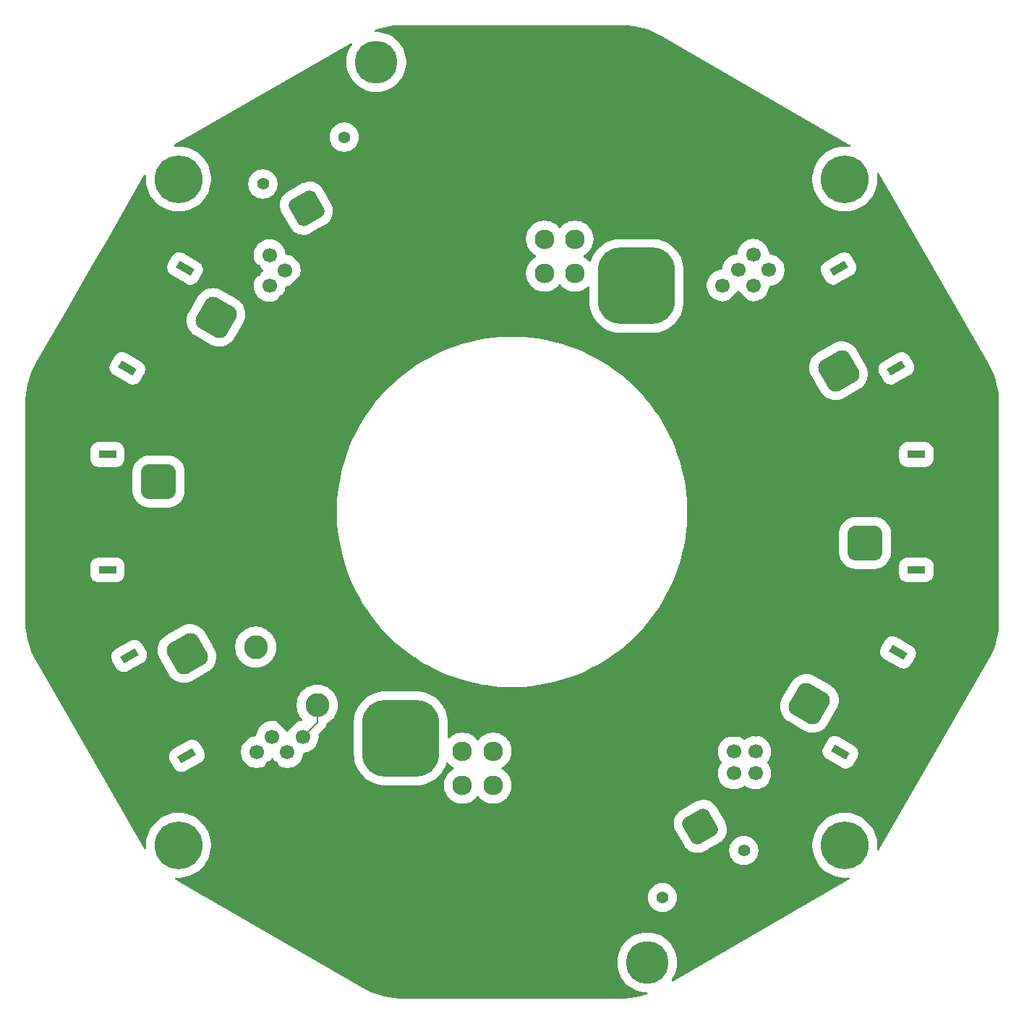
<source format=gtl>
%TF.GenerationSoftware,KiCad,Pcbnew,9.0.7*%
%TF.CreationDate,2026-02-05T13:48:50-05:00*%
%TF.ProjectId,PDB,5044422e-6b69-4636-9164-5f7063625858,rev?*%
%TF.SameCoordinates,Original*%
%TF.FileFunction,Copper,L1,Top*%
%TF.FilePolarity,Positive*%
%FSLAX46Y46*%
G04 Gerber Fmt 4.6, Leading zero omitted, Abs format (unit mm)*
G04 Created by KiCad (PCBNEW 9.0.7) date 2026-02-05 13:48:50*
%MOMM*%
%LPD*%
G01*
G04 APERTURE LIST*
G04 Aperture macros list*
%AMRoundRect*
0 Rectangle with rounded corners*
0 $1 Rounding radius*
0 $2 $3 $4 $5 $6 $7 $8 $9 X,Y pos of 4 corners*
0 Add a 4 corners polygon primitive as box body*
4,1,4,$2,$3,$4,$5,$6,$7,$8,$9,$2,$3,0*
0 Add four circle primitives for the rounded corners*
1,1,$1+$1,$2,$3*
1,1,$1+$1,$4,$5*
1,1,$1+$1,$6,$7*
1,1,$1+$1,$8,$9*
0 Add four rect primitives between the rounded corners*
20,1,$1+$1,$2,$3,$4,$5,0*
20,1,$1+$1,$4,$5,$6,$7,0*
20,1,$1+$1,$6,$7,$8,$9,0*
20,1,$1+$1,$8,$9,$2,$3,0*%
%AMRotRect*
0 Rectangle, with rotation*
0 The origin of the aperture is its center*
0 $1 length*
0 $2 width*
0 $3 Rotation angle, in degrees counterclockwise*
0 Add horizontal line*
21,1,$1,$2,0,0,$3*%
G04 Aperture macros list end*
%TA.AperFunction,ComponentPad*%
%ADD10RotRect,0.900000X2.000000X120.000000*%
%TD*%
%TA.AperFunction,ComponentPad*%
%ADD11RoundRect,1.025000X1.400176X-0.375176X0.375176X1.400176X-1.400176X0.375176X-0.375176X-1.400176X0*%
%TD*%
%TA.AperFunction,ComponentPad*%
%ADD12C,4.100000*%
%TD*%
%TA.AperFunction,ComponentPad*%
%ADD13RotRect,0.900000X2.000000X60.000000*%
%TD*%
%TA.AperFunction,ComponentPad*%
%ADD14RoundRect,1.025000X0.375176X-1.400176X1.400176X0.375176X-0.375176X1.400176X-1.400176X-0.375176X0*%
%TD*%
%TA.AperFunction,ComponentPad*%
%ADD15R,2.000000X0.900000*%
%TD*%
%TA.AperFunction,ComponentPad*%
%ADD16RoundRect,1.025000X1.025000X-1.025000X1.025000X1.025000X-1.025000X1.025000X-1.025000X-1.025000X0*%
%TD*%
%TA.AperFunction,ComponentPad*%
%ADD17RotRect,0.900000X2.000000X300.000000*%
%TD*%
%TA.AperFunction,ComponentPad*%
%ADD18RoundRect,1.025000X-1.400176X0.375176X-0.375176X-1.400176X1.400176X-0.375176X0.375176X1.400176X0*%
%TD*%
%TA.AperFunction,ComponentPad*%
%ADD19RotRect,0.900000X2.000000X240.000000*%
%TD*%
%TA.AperFunction,ComponentPad*%
%ADD20RoundRect,1.025000X-0.375176X1.400176X-1.400176X-0.375176X0.375176X-1.400176X1.400176X0.375176X0*%
%TD*%
%TA.AperFunction,ComponentPad*%
%ADD21RoundRect,1.025000X-1.025000X1.025000X-1.025000X-1.025000X1.025000X-1.025000X1.025000X1.025000X0*%
%TD*%
%TA.AperFunction,ComponentPad*%
%ADD22RoundRect,2.700000X1.800000X1.800000X-1.800000X1.800000X-1.800000X-1.800000X1.800000X-1.800000X0*%
%TD*%
%TA.AperFunction,ComponentPad*%
%ADD23C,9.000000*%
%TD*%
%TA.AperFunction,ComponentPad*%
%ADD24C,2.300000*%
%TD*%
%TA.AperFunction,ComponentPad*%
%ADD25RoundRect,2.700000X-1.800000X-1.800000X1.800000X-1.800000X1.800000X1.800000X-1.800000X1.800000X0*%
%TD*%
%TA.AperFunction,ComponentPad*%
%ADD26RotRect,1.700000X1.700000X315.000000*%
%TD*%
%TA.AperFunction,ComponentPad*%
%ADD27C,1.700000*%
%TD*%
%TA.AperFunction,ComponentPad*%
%ADD28C,5.600000*%
%TD*%
%TA.AperFunction,ComponentPad*%
%ADD29C,5.000000*%
%TD*%
%TA.AperFunction,ComponentPad*%
%ADD30C,2.800000*%
%TD*%
%TA.AperFunction,ComponentPad*%
%ADD31C,1.400000*%
%TD*%
%TA.AperFunction,ComponentPad*%
%ADD32RoundRect,0.770000X0.358705X1.338705X-1.338705X0.358705X-0.358705X-1.338705X1.338705X-0.358705X0*%
%TD*%
%TA.AperFunction,ComponentPad*%
%ADD33C,3.500000*%
%TD*%
%TA.AperFunction,ComponentPad*%
%ADD34RotRect,1.700000X1.700000X135.000000*%
%TD*%
%TA.AperFunction,ComponentPad*%
%ADD35RotRect,1.700000X1.700000X225.000000*%
%TD*%
%TA.AperFunction,ComponentPad*%
%ADD36R,1.700000X1.700000*%
%TD*%
%TA.AperFunction,ComponentPad*%
%ADD37RoundRect,0.770000X-0.358705X-1.338705X1.338705X-0.358705X0.358705X1.338705X-1.338705X0.358705X0*%
%TD*%
%TA.AperFunction,Conductor*%
%ADD38C,0.200000*%
%TD*%
G04 APERTURE END LIST*
D10*
%TO.P,J6,*%
%TO.N,*%
X125737917Y-126120672D03*
X118987917Y-114429329D03*
D11*
%TO.P,J6,1,Pin_1*%
%TO.N,GND*%
X125759069Y-114157309D03*
D12*
%TO.P,J6,2,Pin_2*%
%TO.N,/vbat*%
X129359069Y-120392692D03*
%TD*%
D13*
%TO.P,J7,*%
%TO.N,*%
X118787917Y-80770672D03*
X125537917Y-69079329D03*
D14*
%TO.P,J7,1,Pin_1*%
%TO.N,GND*%
X129159069Y-74807309D03*
D12*
%TO.P,J7,2,Pin_2*%
%TO.N,/vbat*%
X125559069Y-81042692D03*
%TD*%
D15*
%TO.P,J5,*%
%TO.N,*%
X116450000Y-104350000D03*
X116450000Y-90850000D03*
D16*
%TO.P,J5,1,Pin_1*%
%TO.N,GND*%
X122450000Y-94000000D03*
D12*
%TO.P,J5,2,Pin_2*%
%TO.N,/vbat*%
X122450000Y-101200000D03*
%TD*%
D17*
%TO.P,J10,*%
%TO.N,*%
X202062083Y-69079329D03*
X208812083Y-80770672D03*
D18*
%TO.P,J10,1,Pin_1*%
%TO.N,GND*%
X202040931Y-81042692D03*
D12*
%TO.P,J10,2,Pin_2*%
%TO.N,/vbat*%
X198440931Y-74807309D03*
%TD*%
D19*
%TO.P,J12,*%
%TO.N,*%
X209012083Y-114029329D03*
X202262083Y-125720672D03*
D20*
%TO.P,J12,1,Pin_1*%
%TO.N,GND*%
X198640931Y-119992692D03*
D12*
%TO.P,J12,2,Pin_2*%
%TO.N,/vbat*%
X202240931Y-113757309D03*
%TD*%
D15*
%TO.P,J11,*%
%TO.N,*%
X211150000Y-90850000D03*
X211150000Y-104350000D03*
D21*
%TO.P,J11,1,Pin_1*%
%TO.N,GND*%
X205150000Y-101200000D03*
D12*
%TO.P,J11,2,Pin_2*%
%TO.N,/vbat*%
X205150000Y-94000000D03*
%TD*%
D22*
%TO.P,J13,1,Pin_1*%
%TO.N,GND*%
X150800000Y-124075000D03*
D23*
%TO.P,J13,2,Pin_2*%
%TO.N,/vbat*%
X168800000Y-124075000D03*
D24*
%TO.P,J13,MP*%
%TO.N,N/C*%
X161600000Y-129575000D03*
X161600000Y-125575000D03*
X158000000Y-129575000D03*
X158000000Y-125575000D03*
%TD*%
D25*
%TO.P,J14,1,Pin_1*%
%TO.N,GND*%
X178400000Y-71125000D03*
D23*
%TO.P,J14,2,Pin_2*%
%TO.N,/vbat*%
X160400000Y-71125000D03*
D24*
%TO.P,J14,MP*%
%TO.N,N/C*%
X167600000Y-65625000D03*
X167600000Y-69625000D03*
X171200000Y-65625000D03*
X171200000Y-69625000D03*
%TD*%
D26*
%TO.P,J2,1,Pin_1*%
%TO.N,/vbat*%
X137522587Y-122102587D03*
D27*
%TO.P,J2,2,Pin_2*%
%TO.N,+5V*%
X139318638Y-123898638D03*
%TO.P,J2,3,Pin_3*%
%TO.N,unconnected-(J2-Pin_3-Pad3)*%
X135726536Y-123898638D03*
%TO.P,J2,4,Pin_4*%
%TO.N,unconnected-(J2-Pin_4-Pad4)*%
X137522587Y-125694689D03*
%TO.P,J2,5,Pin_5*%
%TO.N,GND*%
X133930485Y-125694689D03*
%TO.P,J2,6,Pin_6*%
%TO.N,/vbat*%
X135726536Y-127490741D03*
%TD*%
D28*
%TO.P,H6,1,1*%
%TO.N,GND*%
X202772587Y-136602587D03*
%TD*%
D29*
%TO.P,H1,1,1*%
%TO.N,GND*%
X147917333Y-44897413D03*
%TD*%
D30*
%TO.P,BATT,1,1*%
%TO.N,/vbat*%
X137600000Y-116600000D03*
%TD*%
D28*
%TO.P,H2,1,1*%
%TO.N,GND*%
X124772587Y-136602587D03*
%TD*%
D30*
%TO.P,GND,1,1*%
%TO.N,GND*%
X133800000Y-113400000D03*
%TD*%
D31*
%TO.P,J8,*%
%TO.N,*%
X190953758Y-137211571D03*
X181427479Y-142711571D03*
D32*
%TO.P,J8,1,Pin_1*%
%TO.N,GND*%
X185855682Y-134381444D03*
D33*
%TO.P,J8,2,Pin_2*%
%TO.N,/vbat*%
X181525555Y-136881444D03*
%TD*%
D34*
%TO.P,J3,1,Pin_1*%
%TO.N,/vbat*%
X190272587Y-72852587D03*
D27*
%TO.P,J3,2,Pin_2*%
%TO.N,+5V*%
X188476536Y-71056536D03*
%TO.P,J3,3,Pin_3*%
%TO.N,unconnected-(J3-Pin_3-Pad3)*%
X192068638Y-71056536D03*
%TO.P,J3,4,Pin_4*%
%TO.N,unconnected-(J3-Pin_4-Pad4)*%
X190272587Y-69260485D03*
%TO.P,J3,5,Pin_5*%
%TO.N,GND*%
X193864689Y-69260485D03*
%TO.P,J3,6,Pin_6*%
X192068638Y-67464433D03*
%TD*%
D28*
%TO.P,H4,1,1*%
%TO.N,GND*%
X124772587Y-58602587D03*
%TD*%
D29*
%TO.P,H3,1,1*%
%TO.N,GND*%
X179642333Y-150322413D03*
%TD*%
D30*
%TO.P,5V,1,1*%
%TO.N,+5V*%
X141000000Y-120200000D03*
%TD*%
D35*
%TO.P,J1,1,Pin_1*%
%TO.N,/vbat*%
X139022587Y-71102587D03*
D27*
%TO.P,J1,2,Pin_2*%
X137226536Y-72898638D03*
%TO.P,J1,3,Pin_3*%
%TO.N,unconnected-(J1-Pin_3-Pad3)*%
X137226536Y-69306536D03*
%TO.P,J1,4,Pin_4*%
%TO.N,unconnected-(J1-Pin_4-Pad4)*%
X135430485Y-71102587D03*
%TO.P,J1,5,Pin_5*%
%TO.N,GND*%
X135430485Y-67510485D03*
%TO.P,J1,6,Pin_6*%
%TO.N,/vbat*%
X133634433Y-69306536D03*
%TD*%
D36*
%TO.P,J4,1,Pin_1*%
%TO.N,/vbat*%
X189772587Y-123102587D03*
D27*
%TO.P,J4,2,Pin_2*%
X192312587Y-123102587D03*
%TO.P,J4,3,Pin_3*%
%TO.N,unconnected-(J4-Pin_3-Pad3)*%
X189772587Y-125642587D03*
%TO.P,J4,4,Pin_4*%
%TO.N,unconnected-(J4-Pin_4-Pad4)*%
X192312587Y-125642587D03*
%TO.P,J4,5,Pin_5*%
%TO.N,GND*%
X189772587Y-128182587D03*
%TO.P,J4,6,Pin_6*%
X192312587Y-128182587D03*
%TD*%
D28*
%TO.P,H5,1,1*%
%TO.N,GND*%
X202772587Y-58602587D03*
%TD*%
D31*
%TO.P,J9,*%
%TO.N,*%
X134646242Y-59188430D03*
X144172521Y-53688430D03*
D37*
%TO.P,J9,1,Pin_1*%
%TO.N,GND*%
X139744318Y-62018557D03*
D33*
%TO.P,J9,2,Pin_2*%
%TO.N,/vbat*%
X144074445Y-59518557D03*
%TD*%
D38*
%TO.N,+5V*%
X139318638Y-123898638D02*
X141000000Y-122217276D01*
X141000000Y-122217276D02*
X141000000Y-120200000D01*
%TD*%
%TA.AperFunction,Conductor*%
%TO.N,/vbat*%
G36*
X176554374Y-40575552D02*
G01*
X176563385Y-40575814D01*
X177101348Y-40591466D01*
X177108527Y-40591885D01*
X177584943Y-40633565D01*
X177651811Y-40639416D01*
X177658975Y-40640253D01*
X177710437Y-40647791D01*
X178198625Y-40719299D01*
X178205666Y-40720541D01*
X178739800Y-40830829D01*
X178746788Y-40832485D01*
X179273603Y-40973644D01*
X179280487Y-40975705D01*
X179798197Y-41147255D01*
X179804960Y-41149717D01*
X180311819Y-41351078D01*
X180318387Y-41353911D01*
X180812706Y-41584415D01*
X180819119Y-41587636D01*
X181300570Y-41847231D01*
X181303649Y-41848949D01*
X203290097Y-54542832D01*
X203345626Y-54574892D01*
X203348685Y-54576718D01*
X203401105Y-54609051D01*
X203447830Y-54660999D01*
X203459051Y-54729961D01*
X203431208Y-54794043D01*
X203373139Y-54832899D01*
X203323854Y-54837992D01*
X203015085Y-54807582D01*
X202959294Y-54802087D01*
X202585880Y-54802087D01*
X202502101Y-54810338D01*
X202214275Y-54838686D01*
X202214262Y-54838688D01*
X201848030Y-54911537D01*
X201490691Y-55019934D01*
X201145710Y-55162830D01*
X201145696Y-55162837D01*
X200816394Y-55338851D01*
X200816376Y-55338862D01*
X200505896Y-55546319D01*
X200217243Y-55783210D01*
X199953210Y-56047243D01*
X199716319Y-56335896D01*
X199508862Y-56646376D01*
X199508851Y-56646394D01*
X199332837Y-56975696D01*
X199332830Y-56975710D01*
X199189934Y-57320691D01*
X199081537Y-57678030D01*
X199008688Y-58044262D01*
X199008686Y-58044275D01*
X198989016Y-58243996D01*
X198972087Y-58415880D01*
X198972087Y-58789294D01*
X198978654Y-58855967D01*
X199008686Y-59160898D01*
X199008688Y-59160911D01*
X199061102Y-59424409D01*
X199081538Y-59527147D01*
X199111386Y-59625543D01*
X199189934Y-59884482D01*
X199332830Y-60229463D01*
X199332837Y-60229477D01*
X199508851Y-60558779D01*
X199508862Y-60558797D01*
X199716319Y-60869277D01*
X199953210Y-61157930D01*
X200217243Y-61421963D01*
X200505896Y-61658854D01*
X200505902Y-61658858D01*
X200816383Y-61866316D01*
X201145704Y-62042341D01*
X201490693Y-62185240D01*
X201848027Y-62293636D01*
X202214265Y-62366486D01*
X202585880Y-62403087D01*
X202585883Y-62403087D01*
X202959291Y-62403087D01*
X202959294Y-62403087D01*
X203330909Y-62366486D01*
X203697147Y-62293636D01*
X204054481Y-62185240D01*
X204399470Y-62042341D01*
X204728791Y-61866316D01*
X205039272Y-61658858D01*
X205327925Y-61421968D01*
X205591968Y-61157925D01*
X205828858Y-60869272D01*
X206036316Y-60558791D01*
X206212341Y-60229470D01*
X206355240Y-59884481D01*
X206463636Y-59527147D01*
X206536486Y-59160909D01*
X206573087Y-58789294D01*
X206573087Y-58415880D01*
X206536486Y-58044265D01*
X206536386Y-58043763D01*
X206536395Y-58043656D01*
X206536041Y-58041268D01*
X206536189Y-58041246D01*
X206536188Y-58041235D01*
X206536411Y-58041212D01*
X206536616Y-58041182D01*
X206537588Y-58030299D01*
X206534020Y-58017258D01*
X206540636Y-57996175D01*
X206542602Y-57974172D01*
X206550893Y-57963494D01*
X206554942Y-57950595D01*
X206571903Y-57936438D01*
X206585455Y-57918988D01*
X206598204Y-57914487D01*
X206608584Y-57905825D01*
X206630506Y-57903086D01*
X206651341Y-57895732D01*
X206664499Y-57898839D01*
X206677914Y-57897163D01*
X206697838Y-57906711D01*
X206719341Y-57911789D01*
X206730094Y-57922169D01*
X206740922Y-57927359D01*
X206763537Y-57954455D01*
X206823277Y-58051307D01*
X206825126Y-58054405D01*
X219545322Y-80086430D01*
X219550896Y-80096084D01*
X219552655Y-80099236D01*
X219812348Y-80580867D01*
X219815584Y-80587310D01*
X219869509Y-80702952D01*
X220046070Y-81081589D01*
X220048927Y-81088213D01*
X220250274Y-81595036D01*
X220252741Y-81601813D01*
X220424285Y-82119499D01*
X220426354Y-82126409D01*
X220567510Y-82653204D01*
X220569173Y-82660223D01*
X220679454Y-83194304D01*
X220680707Y-83201407D01*
X220759754Y-83741029D01*
X220760591Y-83748193D01*
X220808124Y-84291467D01*
X220808544Y-84298667D01*
X220824448Y-84845080D01*
X220824500Y-84848688D01*
X220824500Y-110300768D01*
X220824448Y-110304375D01*
X220808533Y-110851338D01*
X220808113Y-110858538D01*
X220760583Y-111401811D01*
X220759746Y-111408975D01*
X220680705Y-111948594D01*
X220679452Y-111955698D01*
X220569173Y-112489785D01*
X220567510Y-112496803D01*
X220426357Y-113023595D01*
X220424288Y-113030506D01*
X220252748Y-113548185D01*
X220250281Y-113554962D01*
X220048933Y-114061791D01*
X220046076Y-114068415D01*
X219815592Y-114562690D01*
X219812355Y-114569135D01*
X219552787Y-115050534D01*
X219551029Y-115053684D01*
X206849011Y-137054221D01*
X206849004Y-137054236D01*
X206829775Y-137087541D01*
X206827717Y-137091106D01*
X206825143Y-137095565D01*
X206823290Y-137098670D01*
X206770782Y-137183799D01*
X206718834Y-137230523D01*
X206649871Y-137241746D01*
X206585789Y-137213902D01*
X206546933Y-137155833D01*
X206541840Y-137106548D01*
X206542764Y-137097163D01*
X206573087Y-136789294D01*
X206573087Y-136415880D01*
X206536486Y-136044265D01*
X206463636Y-135678027D01*
X206355240Y-135320693D01*
X206212341Y-134975704D01*
X206036316Y-134646383D01*
X205828858Y-134335902D01*
X205828854Y-134335896D01*
X205591963Y-134047243D01*
X205327930Y-133783210D01*
X205039277Y-133546319D01*
X204728797Y-133338862D01*
X204728796Y-133338861D01*
X204728791Y-133338858D01*
X204728786Y-133338855D01*
X204728779Y-133338851D01*
X204399477Y-133162837D01*
X204399470Y-133162833D01*
X204399463Y-133162830D01*
X204054482Y-133019934D01*
X203844706Y-132956299D01*
X203697147Y-132911538D01*
X203697144Y-132911537D01*
X203697143Y-132911537D01*
X203330911Y-132838688D01*
X203330898Y-132838686D01*
X203049880Y-132811009D01*
X202959294Y-132802087D01*
X202585880Y-132802087D01*
X202502101Y-132810338D01*
X202214275Y-132838686D01*
X202214262Y-132838688D01*
X201848030Y-132911537D01*
X201490691Y-133019934D01*
X201145710Y-133162830D01*
X201145696Y-133162837D01*
X200816394Y-133338851D01*
X200816376Y-133338862D01*
X200505896Y-133546319D01*
X200217243Y-133783210D01*
X199953210Y-134047243D01*
X199716319Y-134335896D01*
X199508862Y-134646376D01*
X199508851Y-134646394D01*
X199332837Y-134975696D01*
X199332830Y-134975710D01*
X199189934Y-135320691D01*
X199081537Y-135678030D01*
X199008688Y-136044262D01*
X199008686Y-136044275D01*
X198972087Y-136415883D01*
X198972087Y-136789290D01*
X199008686Y-137160898D01*
X199008688Y-137160911D01*
X199081537Y-137527143D01*
X199189934Y-137884482D01*
X199332830Y-138229463D01*
X199332837Y-138229477D01*
X199508851Y-138558779D01*
X199508862Y-138558797D01*
X199716319Y-138869277D01*
X199953210Y-139157930D01*
X200217243Y-139421963D01*
X200505896Y-139658854D01*
X200505902Y-139658858D01*
X200816383Y-139866316D01*
X201145704Y-140042341D01*
X201490693Y-140185240D01*
X201848027Y-140293636D01*
X202214265Y-140366486D01*
X202585880Y-140403087D01*
X202585883Y-140403087D01*
X202959291Y-140403087D01*
X202959294Y-140403087D01*
X203212950Y-140378104D01*
X203281596Y-140391123D01*
X203332306Y-140439188D01*
X203348981Y-140507039D01*
X203326325Y-140573133D01*
X203287104Y-140608894D01*
X182673380Y-152510234D01*
X182605480Y-152526707D01*
X182539453Y-152503854D01*
X182496262Y-152448933D01*
X182489621Y-152379380D01*
X182508277Y-152333958D01*
X182648433Y-152124200D01*
X182810564Y-151820875D01*
X182942183Y-151503118D01*
X183042023Y-151173991D01*
X183109122Y-150836663D01*
X183142833Y-150494382D01*
X183142833Y-150150444D01*
X183109122Y-149808163D01*
X183042023Y-149470835D01*
X182942183Y-149141708D01*
X182810564Y-148823951D01*
X182648433Y-148520626D01*
X182457352Y-148234653D01*
X182239161Y-147968786D01*
X182239160Y-147968785D01*
X182239156Y-147968780D01*
X181995965Y-147725589D01*
X181730098Y-147507398D01*
X181730097Y-147507397D01*
X181730093Y-147507394D01*
X181444120Y-147316313D01*
X181444115Y-147316310D01*
X181444108Y-147316306D01*
X181140802Y-147154185D01*
X181140797Y-147154183D01*
X180823039Y-147022563D01*
X180493905Y-146922721D01*
X180156581Y-146855623D01*
X180156582Y-146855623D01*
X179898789Y-146830234D01*
X179814302Y-146821913D01*
X179470364Y-146821913D01*
X179392299Y-146829601D01*
X179128083Y-146855623D01*
X178790760Y-146922721D01*
X178461626Y-147022563D01*
X178143868Y-147154183D01*
X178143863Y-147154185D01*
X177840557Y-147316306D01*
X177840539Y-147316317D01*
X177554581Y-147507388D01*
X177554567Y-147507398D01*
X177288700Y-147725589D01*
X177045509Y-147968780D01*
X176827318Y-148234647D01*
X176827308Y-148234661D01*
X176636237Y-148520619D01*
X176636226Y-148520637D01*
X176474105Y-148823943D01*
X176474103Y-148823948D01*
X176342483Y-149141706D01*
X176242641Y-149470840D01*
X176175543Y-149808163D01*
X176141833Y-150150447D01*
X176141833Y-150494378D01*
X176175543Y-150836662D01*
X176242641Y-151173985D01*
X176342483Y-151503119D01*
X176474103Y-151820877D01*
X176474105Y-151820882D01*
X176636226Y-152124188D01*
X176636237Y-152124206D01*
X176827308Y-152410164D01*
X176827318Y-152410178D01*
X177045509Y-152676045D01*
X177288700Y-152919236D01*
X177288705Y-152919240D01*
X177288706Y-152919241D01*
X177554573Y-153137432D01*
X177840546Y-153328513D01*
X177840555Y-153328518D01*
X177840557Y-153328519D01*
X178143863Y-153490640D01*
X178143865Y-153490640D01*
X178143871Y-153490644D01*
X178461628Y-153622263D01*
X178790755Y-153722103D01*
X179128083Y-153789202D01*
X179470364Y-153822913D01*
X179470367Y-153822913D01*
X179572442Y-153822913D01*
X179639481Y-153842598D01*
X179685236Y-153895402D01*
X179695180Y-153964560D01*
X179666155Y-154028116D01*
X179611445Y-154064619D01*
X179280502Y-154174280D01*
X179273593Y-154176349D01*
X178746802Y-154317502D01*
X178739783Y-154319165D01*
X178205697Y-154429445D01*
X178198593Y-154430698D01*
X177658975Y-154509738D01*
X177651811Y-154510575D01*
X177108537Y-154558105D01*
X177101337Y-154558525D01*
X176856843Y-154565639D01*
X176554072Y-154574448D01*
X176550519Y-154574500D01*
X151099232Y-154574500D01*
X151095626Y-154574448D01*
X151075037Y-154573848D01*
X150548662Y-154558533D01*
X150541462Y-154558113D01*
X149998192Y-154510583D01*
X149991027Y-154509746D01*
X149451405Y-154430702D01*
X149444302Y-154429449D01*
X148910224Y-154319169D01*
X148903205Y-154317506D01*
X148376412Y-154176350D01*
X148369502Y-154174281D01*
X147851825Y-154002740D01*
X147845047Y-154000273D01*
X147338215Y-153798917D01*
X147331592Y-153796060D01*
X146837318Y-153565572D01*
X146830871Y-153562334D01*
X146348658Y-153302321D01*
X146345528Y-153300575D01*
X146290604Y-153268864D01*
X146290602Y-153268863D01*
X146062965Y-153137437D01*
X127990757Y-142703442D01*
X127811798Y-142600120D01*
X179726979Y-142600120D01*
X179726979Y-142823021D01*
X179726980Y-142823037D01*
X179756073Y-143044023D01*
X179756074Y-143044028D01*
X179756075Y-143044034D01*
X179756076Y-143044036D01*
X179813769Y-143259351D01*
X179813772Y-143259361D01*
X179899072Y-143465293D01*
X179899074Y-143465297D01*
X180010531Y-143658345D01*
X180010536Y-143658351D01*
X180010537Y-143658353D01*
X180146230Y-143835193D01*
X180146236Y-143835200D01*
X180303849Y-143992813D01*
X180303855Y-143992818D01*
X180480705Y-144128519D01*
X180673753Y-144239976D01*
X180879698Y-144325281D01*
X181095016Y-144382975D01*
X181316022Y-144412071D01*
X181316029Y-144412071D01*
X181538929Y-144412071D01*
X181538936Y-144412071D01*
X181759942Y-144382975D01*
X181975260Y-144325281D01*
X182181205Y-144239976D01*
X182374253Y-144128519D01*
X182551103Y-143992818D01*
X182708726Y-143835195D01*
X182844427Y-143658345D01*
X182955884Y-143465297D01*
X183041189Y-143259352D01*
X183098883Y-143044034D01*
X183127979Y-142823028D01*
X183127979Y-142600114D01*
X183098883Y-142379108D01*
X183041189Y-142163790D01*
X182955884Y-141957845D01*
X182844427Y-141764797D01*
X182708726Y-141587947D01*
X182708721Y-141587941D01*
X182551108Y-141430328D01*
X182551101Y-141430322D01*
X182374261Y-141294629D01*
X182374259Y-141294628D01*
X182374253Y-141294623D01*
X182181205Y-141183166D01*
X182181201Y-141183164D01*
X181975269Y-141097864D01*
X181975262Y-141097862D01*
X181975260Y-141097861D01*
X181759942Y-141040167D01*
X181759936Y-141040166D01*
X181759931Y-141040165D01*
X181538945Y-141011072D01*
X181538942Y-141011071D01*
X181538936Y-141011071D01*
X181316022Y-141011071D01*
X181316016Y-141011071D01*
X181316012Y-141011072D01*
X181095026Y-141040165D01*
X181095019Y-141040166D01*
X181095016Y-141040167D01*
X180879698Y-141097861D01*
X180879688Y-141097864D01*
X180673756Y-141183164D01*
X180673752Y-141183166D01*
X180480705Y-141294623D01*
X180480696Y-141294629D01*
X180303856Y-141430322D01*
X180303849Y-141430328D01*
X180146236Y-141587941D01*
X180146230Y-141587948D01*
X180010537Y-141764788D01*
X180010531Y-141764797D01*
X179899074Y-141957844D01*
X179899072Y-141957848D01*
X179813772Y-142163780D01*
X179813769Y-142163790D01*
X179756076Y-142379105D01*
X179756073Y-142379118D01*
X179726980Y-142600104D01*
X179726979Y-142600120D01*
X127811798Y-142600120D01*
X124384453Y-140621341D01*
X124336237Y-140570774D01*
X124323014Y-140502167D01*
X124348982Y-140437302D01*
X124405897Y-140396774D01*
X124458603Y-140390551D01*
X124585880Y-140403087D01*
X124585883Y-140403087D01*
X124959291Y-140403087D01*
X124959294Y-140403087D01*
X125330909Y-140366486D01*
X125697147Y-140293636D01*
X126054481Y-140185240D01*
X126399470Y-140042341D01*
X126728791Y-139866316D01*
X127039272Y-139658858D01*
X127327925Y-139421968D01*
X127591968Y-139157925D01*
X127804366Y-138899115D01*
X127828854Y-138869277D01*
X127828854Y-138869276D01*
X127828858Y-138869272D01*
X128036316Y-138558791D01*
X128212341Y-138229470D01*
X128355240Y-137884481D01*
X128463636Y-137527147D01*
X128536486Y-137160909D01*
X128573087Y-136789294D01*
X128573087Y-136415880D01*
X128536486Y-136044265D01*
X128463636Y-135678027D01*
X128355240Y-135320693D01*
X128212341Y-134975704D01*
X128036316Y-134646383D01*
X127828858Y-134335902D01*
X127828854Y-134335896D01*
X127591963Y-134047243D01*
X127501073Y-133956353D01*
X182742753Y-133956353D01*
X182752675Y-134221527D01*
X182802007Y-134482252D01*
X182802009Y-134482262D01*
X182859435Y-134646376D01*
X182889653Y-134732733D01*
X182926909Y-134806534D01*
X182939482Y-134831440D01*
X184007876Y-136681951D01*
X184007881Y-136681959D01*
X184007883Y-136681962D01*
X184068442Y-136774456D01*
X184241534Y-136975592D01*
X184442670Y-137148684D01*
X184667358Y-137289864D01*
X184910578Y-137395980D01*
X185166898Y-137464661D01*
X185430591Y-137494372D01*
X185695766Y-137484450D01*
X185956501Y-137435116D01*
X186206971Y-137347473D01*
X186305664Y-137297651D01*
X186305678Y-137297643D01*
X186647798Y-137100120D01*
X189253258Y-137100120D01*
X189253258Y-137323021D01*
X189253259Y-137323037D01*
X189282352Y-137544023D01*
X189282353Y-137544028D01*
X189282354Y-137544034D01*
X189340048Y-137759351D01*
X189340051Y-137759361D01*
X189391878Y-137884481D01*
X189425353Y-137965297D01*
X189536810Y-138158345D01*
X189536815Y-138158351D01*
X189536816Y-138158353D01*
X189672509Y-138335193D01*
X189672515Y-138335200D01*
X189830128Y-138492813D01*
X189830135Y-138492819D01*
X189916112Y-138558791D01*
X190006984Y-138628519D01*
X190200032Y-138739976D01*
X190405977Y-138825281D01*
X190621295Y-138882975D01*
X190842301Y-138912071D01*
X190842308Y-138912071D01*
X191065208Y-138912071D01*
X191065215Y-138912071D01*
X191286221Y-138882975D01*
X191501539Y-138825281D01*
X191707484Y-138739976D01*
X191900532Y-138628519D01*
X192077382Y-138492818D01*
X192235005Y-138335195D01*
X192370706Y-138158345D01*
X192482163Y-137965297D01*
X192567468Y-137759352D01*
X192625162Y-137544034D01*
X192654258Y-137323028D01*
X192654258Y-137100114D01*
X192625162Y-136879108D01*
X192567468Y-136663790D01*
X192482163Y-136457845D01*
X192370706Y-136264797D01*
X192235005Y-136087947D01*
X192235000Y-136087941D01*
X192077387Y-135930328D01*
X192077380Y-135930322D01*
X191900540Y-135794629D01*
X191900538Y-135794628D01*
X191900532Y-135794623D01*
X191707484Y-135683166D01*
X191707480Y-135683164D01*
X191501548Y-135597864D01*
X191501541Y-135597862D01*
X191501539Y-135597861D01*
X191286221Y-135540167D01*
X191286215Y-135540166D01*
X191286210Y-135540165D01*
X191065224Y-135511072D01*
X191065221Y-135511071D01*
X191065215Y-135511071D01*
X190842301Y-135511071D01*
X190842295Y-135511071D01*
X190842291Y-135511072D01*
X190621305Y-135540165D01*
X190621298Y-135540166D01*
X190621295Y-135540167D01*
X190510822Y-135569768D01*
X190405977Y-135597861D01*
X190405967Y-135597864D01*
X190200035Y-135683164D01*
X190200031Y-135683166D01*
X190006984Y-135794623D01*
X190006975Y-135794629D01*
X189830135Y-135930322D01*
X189830128Y-135930328D01*
X189672515Y-136087941D01*
X189672509Y-136087948D01*
X189536816Y-136264788D01*
X189536810Y-136264797D01*
X189425353Y-136457844D01*
X189425351Y-136457848D01*
X189340051Y-136663780D01*
X189340048Y-136663790D01*
X189306420Y-136789294D01*
X189282355Y-136879105D01*
X189282352Y-136879118D01*
X189253259Y-137100104D01*
X189253258Y-137100120D01*
X186647798Y-137100120D01*
X186840839Y-136988668D01*
X187832935Y-136415880D01*
X188156200Y-136229243D01*
X188248694Y-136168684D01*
X188449830Y-135995592D01*
X188622922Y-135794456D01*
X188764102Y-135569768D01*
X188870218Y-135326548D01*
X188938899Y-135070228D01*
X188968610Y-134806535D01*
X188958688Y-134541360D01*
X188909354Y-134280625D01*
X188821711Y-134030155D01*
X188771889Y-133931462D01*
X188771885Y-133931456D01*
X188771881Y-133931447D01*
X187703487Y-132080936D01*
X187703485Y-132080933D01*
X187703481Y-132080926D01*
X187642922Y-131988432D01*
X187469830Y-131787296D01*
X187268694Y-131614204D01*
X187044006Y-131473024D01*
X186828270Y-131378899D01*
X186800784Y-131366907D01*
X186544463Y-131298226D01*
X186280772Y-131268515D01*
X186015598Y-131278437D01*
X185754873Y-131327769D01*
X185754863Y-131327771D01*
X185504395Y-131415414D01*
X185405685Y-131465244D01*
X183555174Y-132533638D01*
X183462668Y-132594205D01*
X183462666Y-132594207D01*
X183261534Y-132767296D01*
X183088447Y-132968425D01*
X183088445Y-132968428D01*
X183088442Y-132968432D01*
X182947262Y-133193120D01*
X182894204Y-133314730D01*
X182841145Y-133436341D01*
X182772464Y-133692660D01*
X182772464Y-133692664D01*
X182742753Y-133956353D01*
X127501073Y-133956353D01*
X127327930Y-133783210D01*
X127039277Y-133546319D01*
X126728797Y-133338862D01*
X126728796Y-133338861D01*
X126728791Y-133338858D01*
X126728786Y-133338855D01*
X126728779Y-133338851D01*
X126399477Y-133162837D01*
X126399470Y-133162833D01*
X126399463Y-133162830D01*
X126054482Y-133019934D01*
X125844706Y-132956299D01*
X125697147Y-132911538D01*
X125697144Y-132911537D01*
X125697143Y-132911537D01*
X125330911Y-132838688D01*
X125330898Y-132838686D01*
X125049880Y-132811009D01*
X124959294Y-132802087D01*
X124585880Y-132802087D01*
X124502101Y-132810338D01*
X124214275Y-132838686D01*
X124214262Y-132838688D01*
X123848030Y-132911537D01*
X123490691Y-133019934D01*
X123145710Y-133162830D01*
X123145696Y-133162837D01*
X122816394Y-133338851D01*
X122816376Y-133338862D01*
X122505896Y-133546319D01*
X122217243Y-133783210D01*
X121953210Y-134047243D01*
X121716319Y-134335896D01*
X121508862Y-134646376D01*
X121508851Y-134646394D01*
X121332837Y-134975696D01*
X121332830Y-134975710D01*
X121189934Y-135320691D01*
X121081537Y-135678030D01*
X121008688Y-136044262D01*
X121008686Y-136044275D01*
X120972087Y-136415883D01*
X120972087Y-136789290D01*
X120982464Y-136894655D01*
X120969445Y-136963301D01*
X120921380Y-137014012D01*
X120853529Y-137030686D01*
X120787434Y-137008030D01*
X120751674Y-136968809D01*
X116483925Y-129576852D01*
X114517871Y-126171546D01*
X123642987Y-126171546D01*
X123651577Y-126374840D01*
X123651577Y-126374844D01*
X123700918Y-126572262D01*
X123700920Y-126572266D01*
X123751411Y-126680942D01*
X123751418Y-126680956D01*
X124259444Y-127560881D01*
X124259452Y-127560894D01*
X124277422Y-127586482D01*
X124328334Y-127658976D01*
X124474623Y-127800405D01*
X124474624Y-127800406D01*
X124474626Y-127800407D01*
X124474627Y-127800408D01*
X124646395Y-127909497D01*
X124836608Y-127981776D01*
X125037476Y-128014287D01*
X125240776Y-128005697D01*
X125438186Y-127956359D01*
X125438191Y-127956356D01*
X125438193Y-127956356D01*
X125438197Y-127956354D01*
X125471323Y-127940963D01*
X125546880Y-127905860D01*
X127379453Y-126847823D01*
X127477534Y-126778941D01*
X127618967Y-126632648D01*
X127728056Y-126460880D01*
X127800335Y-126270667D01*
X127832846Y-126069799D01*
X127824256Y-125866499D01*
X127774918Y-125669089D01*
X127774915Y-125669084D01*
X127774915Y-125669081D01*
X127752850Y-125621590D01*
X127730461Y-125573400D01*
X132079985Y-125573400D01*
X132079985Y-125815977D01*
X132111646Y-126056474D01*
X132174432Y-126290793D01*
X132248995Y-126470804D01*
X132267261Y-126514901D01*
X132388549Y-126724978D01*
X132388551Y-126724981D01*
X132388552Y-126724982D01*
X132536218Y-126917425D01*
X132536224Y-126917432D01*
X132707741Y-127088949D01*
X132707748Y-127088955D01*
X132820806Y-127175707D01*
X132900196Y-127236625D01*
X133110273Y-127357913D01*
X133334385Y-127450743D01*
X133568696Y-127513527D01*
X133749071Y-127537273D01*
X133809196Y-127545189D01*
X133809197Y-127545189D01*
X134051774Y-127545189D01*
X134099873Y-127538856D01*
X134292274Y-127513527D01*
X134526585Y-127450743D01*
X134750697Y-127357913D01*
X134960774Y-127236625D01*
X135153223Y-127088954D01*
X135324750Y-126917427D01*
X135472421Y-126724978D01*
X135593709Y-126514901D01*
X135611975Y-126470804D01*
X135655815Y-126416400D01*
X135722110Y-126394335D01*
X135789809Y-126411614D01*
X135837420Y-126462751D01*
X135841097Y-126470804D01*
X135859357Y-126514889D01*
X135859360Y-126514894D01*
X135859363Y-126514901D01*
X135980651Y-126724978D01*
X135980653Y-126724981D01*
X135980654Y-126724982D01*
X136128320Y-126917425D01*
X136128326Y-126917432D01*
X136299843Y-127088949D01*
X136299850Y-127088955D01*
X136412908Y-127175707D01*
X136492298Y-127236625D01*
X136702375Y-127357913D01*
X136926487Y-127450743D01*
X137160798Y-127513527D01*
X137341173Y-127537273D01*
X137401298Y-127545189D01*
X137401299Y-127545189D01*
X137643876Y-127545189D01*
X137691975Y-127538856D01*
X137884376Y-127513527D01*
X138118687Y-127450743D01*
X138342799Y-127357913D01*
X138552876Y-127236625D01*
X138745325Y-127088954D01*
X138916852Y-126917427D01*
X139064523Y-126724978D01*
X139185811Y-126514901D01*
X139278641Y-126290789D01*
X139341425Y-126056478D01*
X139368443Y-125851246D01*
X139396709Y-125787352D01*
X139455033Y-125748880D01*
X139475190Y-125744495D01*
X139680427Y-125717476D01*
X139914738Y-125654692D01*
X140138850Y-125561862D01*
X140348927Y-125440574D01*
X140541376Y-125292903D01*
X140712903Y-125121376D01*
X140860574Y-124928927D01*
X140981862Y-124718850D01*
X141074692Y-124494738D01*
X141137476Y-124260427D01*
X141169138Y-124019926D01*
X141169138Y-123777350D01*
X141157008Y-123685214D01*
X141167773Y-123616181D01*
X141192263Y-123581353D01*
X141839414Y-122934204D01*
X141941232Y-122794064D01*
X142019873Y-122639721D01*
X142073402Y-122474977D01*
X142085112Y-122401040D01*
X142115039Y-122337910D01*
X142153783Y-122308720D01*
X142162997Y-122304284D01*
X142363804Y-122178108D01*
X145299500Y-122178108D01*
X145299500Y-125971892D01*
X145299500Y-125971910D01*
X145299501Y-125971912D01*
X145314722Y-126262339D01*
X145375397Y-126645427D01*
X145375398Y-126645433D01*
X145475784Y-127020081D01*
X145475788Y-127020094D01*
X145614787Y-127382197D01*
X145790877Y-127727793D01*
X146002122Y-128053082D01*
X146169696Y-128260018D01*
X146246219Y-128354516D01*
X146520484Y-128628781D01*
X146520488Y-128628784D01*
X146821917Y-128872877D01*
X147021983Y-129002801D01*
X147147211Y-129084125D01*
X147492806Y-129260214D01*
X147854913Y-129399214D01*
X148229567Y-129499602D01*
X148612662Y-129560278D01*
X148903108Y-129575500D01*
X148903127Y-129575500D01*
X152696873Y-129575500D01*
X152696892Y-129575500D01*
X152987338Y-129560278D01*
X153370433Y-129499602D01*
X153745087Y-129399214D01*
X154107194Y-129260214D01*
X154452789Y-129084125D01*
X154778084Y-128872876D01*
X155079516Y-128628781D01*
X155353781Y-128354516D01*
X155597876Y-128053084D01*
X155809125Y-127727789D01*
X155985214Y-127382194D01*
X156124214Y-127020087D01*
X156130048Y-126998312D01*
X156166410Y-126938651D01*
X156229255Y-126908119D01*
X156298631Y-126916410D01*
X156348199Y-126954914D01*
X156379695Y-126995960D01*
X156379704Y-126995970D01*
X156579029Y-127195295D01*
X156579033Y-127195298D01*
X156579035Y-127195300D01*
X156802683Y-127366912D01*
X156802690Y-127366916D01*
X156977101Y-127467613D01*
X157025317Y-127518180D01*
X157038539Y-127586787D01*
X157012571Y-127651652D01*
X156977101Y-127682387D01*
X156802690Y-127783083D01*
X156802682Y-127783089D01*
X156579029Y-127954704D01*
X156379704Y-128154029D01*
X156298376Y-128260018D01*
X156225863Y-128354519D01*
X156208089Y-128377682D01*
X156208083Y-128377690D01*
X156067140Y-128621809D01*
X156067135Y-128621820D01*
X155959259Y-128882256D01*
X155886295Y-129154560D01*
X155849500Y-129434041D01*
X155849500Y-129715958D01*
X155886295Y-129995439D01*
X155959259Y-130267743D01*
X156067135Y-130528179D01*
X156067140Y-130528190D01*
X156208083Y-130772309D01*
X156208088Y-130772317D01*
X156379700Y-130995965D01*
X156379704Y-130995970D01*
X156579029Y-131195295D01*
X156579033Y-131195298D01*
X156579035Y-131195300D01*
X156802683Y-131366912D01*
X156802690Y-131366916D01*
X157046809Y-131507859D01*
X157046814Y-131507861D01*
X157046817Y-131507863D01*
X157307261Y-131615742D01*
X157579558Y-131688704D01*
X157859049Y-131725500D01*
X157859056Y-131725500D01*
X158140944Y-131725500D01*
X158140951Y-131725500D01*
X158420442Y-131688704D01*
X158692739Y-131615742D01*
X158953183Y-131507863D01*
X159197317Y-131366912D01*
X159420965Y-131195300D01*
X159620300Y-130995965D01*
X159701624Y-130889981D01*
X159758052Y-130848779D01*
X159827798Y-130844624D01*
X159888718Y-130878836D01*
X159898376Y-130889982D01*
X159979698Y-130995963D01*
X159979704Y-130995970D01*
X160179029Y-131195295D01*
X160179033Y-131195298D01*
X160179035Y-131195300D01*
X160402683Y-131366912D01*
X160402690Y-131366916D01*
X160646809Y-131507859D01*
X160646814Y-131507861D01*
X160646817Y-131507863D01*
X160907261Y-131615742D01*
X161179558Y-131688704D01*
X161459049Y-131725500D01*
X161459056Y-131725500D01*
X161740944Y-131725500D01*
X161740951Y-131725500D01*
X162020442Y-131688704D01*
X162292739Y-131615742D01*
X162553183Y-131507863D01*
X162797317Y-131366912D01*
X163020965Y-131195300D01*
X163220300Y-130995965D01*
X163391912Y-130772317D01*
X163532863Y-130528183D01*
X163640742Y-130267739D01*
X163713704Y-129995442D01*
X163750500Y-129715951D01*
X163750500Y-129434049D01*
X163713704Y-129154558D01*
X163640742Y-128882261D01*
X163532863Y-128621817D01*
X163532861Y-128621814D01*
X163532859Y-128621809D01*
X163391916Y-128377690D01*
X163391912Y-128377683D01*
X163220300Y-128154035D01*
X163220298Y-128154033D01*
X163220295Y-128154029D01*
X163020970Y-127954704D01*
X163020965Y-127954700D01*
X162797317Y-127783088D01*
X162622895Y-127682385D01*
X162574681Y-127631820D01*
X162561458Y-127563213D01*
X162587426Y-127498348D01*
X162622895Y-127467614D01*
X162797317Y-127366912D01*
X163020965Y-127195300D01*
X163220300Y-126995965D01*
X163391912Y-126772317D01*
X163532863Y-126528183D01*
X163640742Y-126267739D01*
X163713704Y-125995442D01*
X163750500Y-125715951D01*
X163750500Y-125521298D01*
X187922087Y-125521298D01*
X187922087Y-125763875D01*
X187953748Y-126004372D01*
X188016534Y-126238691D01*
X188090144Y-126416400D01*
X188109363Y-126462799D01*
X188230651Y-126672876D01*
X188230653Y-126672879D01*
X188230654Y-126672880D01*
X188356664Y-126837101D01*
X188381858Y-126902270D01*
X188367819Y-126970715D01*
X188356664Y-126988073D01*
X188230654Y-127152293D01*
X188230651Y-127152297D01*
X188230651Y-127152298D01*
X188225689Y-127160893D01*
X188109364Y-127362372D01*
X188109360Y-127362381D01*
X188016534Y-127586482D01*
X187953748Y-127820801D01*
X187922087Y-128061298D01*
X187922087Y-128303875D01*
X187953748Y-128544372D01*
X188016534Y-128778691D01*
X188109360Y-129002792D01*
X188109363Y-129002799D01*
X188230651Y-129212876D01*
X188230653Y-129212879D01*
X188230654Y-129212880D01*
X188378320Y-129405323D01*
X188378326Y-129405330D01*
X188549843Y-129576847D01*
X188549849Y-129576852D01*
X188742298Y-129724523D01*
X188952375Y-129845811D01*
X189176487Y-129938641D01*
X189410798Y-130001425D01*
X189591173Y-130025171D01*
X189651298Y-130033087D01*
X189651299Y-130033087D01*
X189893876Y-130033087D01*
X189941975Y-130026754D01*
X190134376Y-130001425D01*
X190368687Y-129938641D01*
X190592799Y-129845811D01*
X190802876Y-129724523D01*
X190967101Y-129598509D01*
X191032270Y-129573315D01*
X191100715Y-129587353D01*
X191118073Y-129598509D01*
X191282298Y-129724523D01*
X191492375Y-129845811D01*
X191716487Y-129938641D01*
X191950798Y-130001425D01*
X192131173Y-130025171D01*
X192191298Y-130033087D01*
X192191299Y-130033087D01*
X192433876Y-130033087D01*
X192481975Y-130026754D01*
X192674376Y-130001425D01*
X192908687Y-129938641D01*
X193132799Y-129845811D01*
X193342876Y-129724523D01*
X193535325Y-129576852D01*
X193706852Y-129405325D01*
X193854523Y-129212876D01*
X193975811Y-129002799D01*
X194068641Y-128778687D01*
X194131425Y-128544376D01*
X194163087Y-128303875D01*
X194163087Y-128061299D01*
X194162005Y-128053084D01*
X194152618Y-127981776D01*
X194131425Y-127820798D01*
X194068641Y-127586487D01*
X193975811Y-127362375D01*
X193854523Y-127152298D01*
X193728509Y-126988073D01*
X193703315Y-126922904D01*
X193717353Y-126854459D01*
X193728509Y-126837101D01*
X193729686Y-126835566D01*
X193854523Y-126672876D01*
X193975811Y-126462799D01*
X194068641Y-126238687D01*
X194131425Y-126004376D01*
X194163087Y-125763875D01*
X194163087Y-125669797D01*
X200167153Y-125669797D01*
X200183622Y-125771546D01*
X200199665Y-125870667D01*
X200238137Y-125971912D01*
X200271944Y-126060880D01*
X200271945Y-126060882D01*
X200381034Y-126232650D01*
X200381035Y-126232651D01*
X200522464Y-126378940D01*
X200620547Y-126447824D01*
X200620558Y-126447830D01*
X202453123Y-127505861D01*
X202533611Y-127543255D01*
X202561814Y-127556359D01*
X202759224Y-127605697D01*
X202860874Y-127609992D01*
X202962522Y-127614287D01*
X202962522Y-127614286D01*
X202962524Y-127614287D01*
X203163392Y-127581776D01*
X203353605Y-127509497D01*
X203525373Y-127400408D01*
X203671666Y-127258975D01*
X203740548Y-127160895D01*
X203740555Y-127160883D01*
X204248586Y-126280946D01*
X204248586Y-126280945D01*
X204268219Y-126238687D01*
X204299084Y-126172255D01*
X204348422Y-125974845D01*
X204357012Y-125771545D01*
X204324501Y-125570677D01*
X204252222Y-125380464D01*
X204143133Y-125208696D01*
X204143132Y-125208695D01*
X204143131Y-125208693D01*
X204143130Y-125208692D01*
X204001701Y-125062403D01*
X203903618Y-124993519D01*
X203903607Y-124993513D01*
X202071042Y-123935482D01*
X201962357Y-123884987D01*
X201962355Y-123884986D01*
X201962352Y-123884985D01*
X201814307Y-123847984D01*
X201764939Y-123835646D01*
X201561643Y-123827056D01*
X201360778Y-123859567D01*
X201360775Y-123859567D01*
X201360774Y-123859568D01*
X201360772Y-123859568D01*
X201360771Y-123859569D01*
X201170560Y-123931847D01*
X201170558Y-123931848D01*
X200998790Y-124040937D01*
X200998789Y-124040938D01*
X200852500Y-124182367D01*
X200783616Y-124280450D01*
X200783610Y-124280460D01*
X200275579Y-125160397D01*
X200275579Y-125160398D01*
X200225084Y-125269083D01*
X200225083Y-125269086D01*
X200225082Y-125269089D01*
X200219130Y-125292904D01*
X200175743Y-125466499D01*
X200175743Y-125466503D01*
X200167153Y-125669797D01*
X194163087Y-125669797D01*
X194163087Y-125521299D01*
X194131425Y-125280798D01*
X194068641Y-125046487D01*
X193975811Y-124822375D01*
X193854523Y-124612298D01*
X193723034Y-124440938D01*
X193706853Y-124419850D01*
X193706847Y-124419843D01*
X193535330Y-124248326D01*
X193535323Y-124248320D01*
X193342880Y-124100654D01*
X193342879Y-124100653D01*
X193342876Y-124100651D01*
X193132799Y-123979363D01*
X193073267Y-123954704D01*
X192908691Y-123886534D01*
X192767986Y-123848832D01*
X192674376Y-123823749D01*
X192674375Y-123823748D01*
X192674372Y-123823748D01*
X192433876Y-123792087D01*
X192433875Y-123792087D01*
X192191299Y-123792087D01*
X192191298Y-123792087D01*
X191950801Y-123823748D01*
X191716482Y-123886534D01*
X191492381Y-123979360D01*
X191492372Y-123979364D01*
X191282293Y-124100654D01*
X191118073Y-124226664D01*
X191052904Y-124251858D01*
X190984459Y-124237819D01*
X190967101Y-124226664D01*
X190802880Y-124100654D01*
X190802879Y-124100653D01*
X190802876Y-124100651D01*
X190592799Y-123979363D01*
X190533267Y-123954704D01*
X190368691Y-123886534D01*
X190227986Y-123848832D01*
X190134376Y-123823749D01*
X190134375Y-123823748D01*
X190134372Y-123823748D01*
X189893876Y-123792087D01*
X189893875Y-123792087D01*
X189651299Y-123792087D01*
X189651298Y-123792087D01*
X189410801Y-123823748D01*
X189176482Y-123886534D01*
X188952381Y-123979360D01*
X188952372Y-123979364D01*
X188742293Y-124100654D01*
X188549850Y-124248320D01*
X188549843Y-124248326D01*
X188378326Y-124419843D01*
X188378320Y-124419850D01*
X188230654Y-124612293D01*
X188230651Y-124612297D01*
X188230651Y-124612298D01*
X188214404Y-124640438D01*
X188109364Y-124822372D01*
X188109360Y-124822381D01*
X188016534Y-125046482D01*
X187953748Y-125280801D01*
X187922087Y-125521298D01*
X163750500Y-125521298D01*
X163750500Y-125434049D01*
X163713704Y-125154558D01*
X163640742Y-124882261D01*
X163532863Y-124621817D01*
X163532861Y-124621814D01*
X163532859Y-124621809D01*
X163391916Y-124377690D01*
X163391912Y-124377683D01*
X163220300Y-124154035D01*
X163220298Y-124154033D01*
X163220295Y-124154029D01*
X163020970Y-123954704D01*
X163000030Y-123938636D01*
X162797317Y-123783088D01*
X162797311Y-123783084D01*
X162797309Y-123783083D01*
X162553190Y-123642140D01*
X162553179Y-123642135D01*
X162292743Y-123534259D01*
X162020439Y-123461295D01*
X161740958Y-123424500D01*
X161740951Y-123424500D01*
X161459049Y-123424500D01*
X161459041Y-123424500D01*
X161179560Y-123461295D01*
X160907256Y-123534259D01*
X160646820Y-123642135D01*
X160646809Y-123642140D01*
X160402690Y-123783083D01*
X160402684Y-123783087D01*
X160402683Y-123783088D01*
X160372856Y-123805975D01*
X160179029Y-123954704D01*
X159979704Y-124154029D01*
X159898376Y-124260018D01*
X159841948Y-124301220D01*
X159772202Y-124305375D01*
X159711281Y-124271162D01*
X159701624Y-124260018D01*
X159676030Y-124226664D01*
X159620300Y-124154035D01*
X159620298Y-124154033D01*
X159620295Y-124154029D01*
X159420970Y-123954704D01*
X159400030Y-123938636D01*
X159197317Y-123783088D01*
X159197311Y-123783084D01*
X159197309Y-123783083D01*
X158953190Y-123642140D01*
X158953179Y-123642135D01*
X158692743Y-123534259D01*
X158420439Y-123461295D01*
X158140958Y-123424500D01*
X158140951Y-123424500D01*
X157859049Y-123424500D01*
X157859041Y-123424500D01*
X157579560Y-123461295D01*
X157307256Y-123534259D01*
X157046820Y-123642135D01*
X157046809Y-123642140D01*
X156802690Y-123783083D01*
X156802684Y-123783087D01*
X156802683Y-123783088D01*
X156772856Y-123805975D01*
X156579029Y-123954704D01*
X156512181Y-124021553D01*
X156450858Y-124055038D01*
X156381166Y-124050054D01*
X156325233Y-124008182D01*
X156300816Y-123942718D01*
X156300500Y-123933872D01*
X156300500Y-122178127D01*
X156300500Y-122178108D01*
X156285278Y-121887662D01*
X156224602Y-121504567D01*
X156124214Y-121129913D01*
X155985214Y-120767806D01*
X155809125Y-120422211D01*
X155809122Y-120422206D01*
X155796087Y-120402133D01*
X155750821Y-120332429D01*
X195210617Y-120332429D01*
X195221085Y-120532153D01*
X195224784Y-120602732D01*
X195225444Y-120615313D01*
X195225445Y-120615324D01*
X195279493Y-120893378D01*
X195279497Y-120893393D01*
X195371715Y-121161216D01*
X195371717Y-121161220D01*
X195371719Y-121161225D01*
X195371720Y-121161226D01*
X195474525Y-121362994D01*
X195500324Y-121413626D01*
X195500325Y-121413629D01*
X195662799Y-121645666D01*
X195662802Y-121645669D01*
X195855994Y-121852842D01*
X196076139Y-122031112D01*
X196129894Y-122065358D01*
X196325183Y-122178108D01*
X198101469Y-123203647D01*
X198121455Y-123214051D01*
X198158003Y-123233077D01*
X198422462Y-123334593D01*
X198698475Y-123398316D01*
X198980671Y-123423005D01*
X199263556Y-123408179D01*
X199541625Y-123354128D01*
X199691467Y-123302533D01*
X199809455Y-123261907D01*
X199809459Y-123261905D01*
X199809458Y-123261905D01*
X199809465Y-123261903D01*
X200061864Y-123133300D01*
X200293908Y-122970821D01*
X200501081Y-122777629D01*
X200679351Y-122557484D01*
X200713597Y-122503729D01*
X201851885Y-120532155D01*
X201881316Y-120475620D01*
X201982832Y-120211161D01*
X202046555Y-119935148D01*
X202071244Y-119652952D01*
X202056418Y-119370067D01*
X202002367Y-119091998D01*
X201982626Y-119034666D01*
X201910146Y-118824167D01*
X201910144Y-118824163D01*
X201910143Y-118824161D01*
X201910142Y-118824158D01*
X201781539Y-118571759D01*
X201781536Y-118571755D01*
X201781536Y-118571754D01*
X201619062Y-118339717D01*
X201425871Y-118132545D01*
X201425866Y-118132540D01*
X201235931Y-117978734D01*
X201205723Y-117954272D01*
X201151968Y-117920026D01*
X201151965Y-117920024D01*
X199180392Y-116781736D01*
X199140418Y-116760927D01*
X199123859Y-116752307D01*
X199071638Y-116732261D01*
X198859399Y-116650790D01*
X198583383Y-116587067D01*
X198301192Y-116562378D01*
X198058566Y-116575094D01*
X198018306Y-116577205D01*
X198018303Y-116577205D01*
X198018298Y-116577206D01*
X197740244Y-116631254D01*
X197740229Y-116631258D01*
X197472406Y-116723476D01*
X197472402Y-116723478D01*
X197219996Y-116852085D01*
X197219993Y-116852086D01*
X196987956Y-117014560D01*
X196780784Y-117207751D01*
X196780779Y-117207756D01*
X196602513Y-117427897D01*
X196568263Y-117481657D01*
X195429975Y-119453230D01*
X195400549Y-119509758D01*
X195400545Y-119509766D01*
X195299029Y-119774223D01*
X195235306Y-120050239D01*
X195210617Y-120332429D01*
X155750821Y-120332429D01*
X155597877Y-120096917D01*
X155466879Y-119935148D01*
X155353781Y-119795484D01*
X155079516Y-119521219D01*
X154781538Y-119279921D01*
X154778082Y-119277122D01*
X154452793Y-119065877D01*
X154107197Y-118889787D01*
X153745094Y-118750788D01*
X153745087Y-118750786D01*
X153370433Y-118650398D01*
X153370429Y-118650397D01*
X153370428Y-118650397D01*
X152987339Y-118589722D01*
X152696912Y-118574501D01*
X152696910Y-118574500D01*
X152696892Y-118574500D01*
X148903108Y-118574500D01*
X148903090Y-118574500D01*
X148903087Y-118574501D01*
X148612660Y-118589722D01*
X148229572Y-118650397D01*
X148229570Y-118650397D01*
X147854905Y-118750788D01*
X147492802Y-118889787D01*
X147147206Y-119065877D01*
X146821917Y-119277122D01*
X146520488Y-119521215D01*
X146520480Y-119521222D01*
X146246222Y-119795480D01*
X146246215Y-119795488D01*
X146002122Y-120096917D01*
X145790877Y-120422206D01*
X145614787Y-120767802D01*
X145475788Y-121129905D01*
X145375397Y-121504570D01*
X145375397Y-121504572D01*
X145320237Y-121852843D01*
X145314722Y-121887662D01*
X145299500Y-122178108D01*
X142363804Y-122178108D01*
X142391289Y-122160838D01*
X142602085Y-121992734D01*
X142792734Y-121802085D01*
X142960838Y-121591289D01*
X143104284Y-121362997D01*
X143221267Y-121120079D01*
X143310316Y-120865591D01*
X143370312Y-120602732D01*
X143400500Y-120334809D01*
X143400500Y-120065191D01*
X143370312Y-119797268D01*
X143310316Y-119534409D01*
X143221267Y-119279921D01*
X143104284Y-119037003D01*
X142960838Y-118808711D01*
X142792734Y-118597915D01*
X142602085Y-118407266D01*
X142391289Y-118239162D01*
X142162997Y-118095716D01*
X142162994Y-118095714D01*
X141920082Y-117978734D01*
X141665602Y-117889687D01*
X141665594Y-117889684D01*
X141468446Y-117844687D01*
X141402732Y-117829688D01*
X141402728Y-117829687D01*
X141402719Y-117829686D01*
X141134813Y-117799500D01*
X141134809Y-117799500D01*
X140865191Y-117799500D01*
X140865186Y-117799500D01*
X140597280Y-117829686D01*
X140597268Y-117829688D01*
X140334405Y-117889684D01*
X140334397Y-117889687D01*
X140079917Y-117978734D01*
X139837005Y-118095714D01*
X139608712Y-118239161D01*
X139397915Y-118407265D01*
X139207265Y-118597915D01*
X139039161Y-118808712D01*
X138895714Y-119037005D01*
X138778734Y-119279917D01*
X138689687Y-119534397D01*
X138689684Y-119534405D01*
X138629688Y-119797268D01*
X138629686Y-119797280D01*
X138599500Y-120065186D01*
X138599500Y-120334813D01*
X138629686Y-120602719D01*
X138629687Y-120602728D01*
X138629688Y-120602732D01*
X138632562Y-120615324D01*
X138689684Y-120865594D01*
X138689687Y-120865602D01*
X138778734Y-121120082D01*
X138895714Y-121362994D01*
X138895716Y-121362997D01*
X139039162Y-121591289D01*
X139082529Y-121645669D01*
X139207265Y-121802084D01*
X139245740Y-121840559D01*
X139279225Y-121901882D01*
X139274241Y-121971574D01*
X139232369Y-122027507D01*
X139174245Y-122051179D01*
X138956852Y-122079799D01*
X138722533Y-122142585D01*
X138498432Y-122235411D01*
X138498423Y-122235415D01*
X138288344Y-122356705D01*
X138095901Y-122504371D01*
X138095894Y-122504377D01*
X137924377Y-122675894D01*
X137924371Y-122675901D01*
X137776705Y-122868344D01*
X137655415Y-123078423D01*
X137655410Y-123078432D01*
X137637148Y-123122523D01*
X137593307Y-123176926D01*
X137527013Y-123198991D01*
X137459313Y-123181712D01*
X137411703Y-123130574D01*
X137408026Y-123122523D01*
X137389763Y-123078432D01*
X137389758Y-123078423D01*
X137327634Y-122970821D01*
X137268472Y-122868349D01*
X137120801Y-122675900D01*
X137120796Y-122675894D01*
X136949279Y-122504377D01*
X136949272Y-122504371D01*
X136756829Y-122356705D01*
X136756828Y-122356704D01*
X136756825Y-122356702D01*
X136546748Y-122235414D01*
X136546741Y-122235411D01*
X136322640Y-122142585D01*
X136088321Y-122079799D01*
X135847825Y-122048138D01*
X135847824Y-122048138D01*
X135605248Y-122048138D01*
X135605247Y-122048138D01*
X135364750Y-122079799D01*
X135130431Y-122142585D01*
X134906330Y-122235411D01*
X134906321Y-122235415D01*
X134696242Y-122356705D01*
X134503799Y-122504371D01*
X134503792Y-122504377D01*
X134332275Y-122675894D01*
X134332269Y-122675901D01*
X134184603Y-122868344D01*
X134063313Y-123078423D01*
X134063309Y-123078432D01*
X133970483Y-123302533D01*
X133907697Y-123536852D01*
X133880679Y-123742078D01*
X133852413Y-123805975D01*
X133794088Y-123844446D01*
X133773925Y-123848832D01*
X133568699Y-123875850D01*
X133334380Y-123938636D01*
X133110279Y-124031462D01*
X133110270Y-124031466D01*
X132900191Y-124152756D01*
X132707748Y-124300422D01*
X132707741Y-124300428D01*
X132536224Y-124471945D01*
X132536218Y-124471952D01*
X132388552Y-124664395D01*
X132267262Y-124874474D01*
X132267258Y-124874483D01*
X132174432Y-125098584D01*
X132111646Y-125332903D01*
X132079985Y-125573400D01*
X127730461Y-125573400D01*
X127724419Y-125560395D01*
X127216382Y-124680450D01*
X127147500Y-124582369D01*
X127147499Y-124582367D01*
X127001210Y-124440938D01*
X127001209Y-124440937D01*
X126829441Y-124331848D01*
X126829439Y-124331847D01*
X126746755Y-124300428D01*
X126639226Y-124259568D01*
X126639222Y-124259567D01*
X126639221Y-124259567D01*
X126438354Y-124227056D01*
X126235062Y-124235646D01*
X126235058Y-124235646D01*
X126037640Y-124284987D01*
X126037636Y-124284989D01*
X125928960Y-124335480D01*
X125928946Y-124335487D01*
X124096393Y-125393513D01*
X124096382Y-125393520D01*
X123998298Y-125462403D01*
X123856869Y-125608692D01*
X123856868Y-125608693D01*
X123747779Y-125780461D01*
X123747778Y-125780463D01*
X123675500Y-125970674D01*
X123675498Y-125970681D01*
X123642987Y-126171546D01*
X114517871Y-126171546D01*
X108099100Y-115053909D01*
X108097350Y-115050773D01*
X108064369Y-114989606D01*
X107837644Y-114569116D01*
X107834415Y-114562686D01*
X107819900Y-114531558D01*
X107795953Y-114480203D01*
X116892987Y-114480203D01*
X116901577Y-114683497D01*
X116901577Y-114683501D01*
X116950918Y-114880919D01*
X116950920Y-114880923D01*
X117001411Y-114989599D01*
X117001418Y-114989613D01*
X117509444Y-115869538D01*
X117509452Y-115869551D01*
X117534629Y-115905400D01*
X117578334Y-115967633D01*
X117724623Y-116109062D01*
X117724624Y-116109063D01*
X117724626Y-116109064D01*
X117724627Y-116109065D01*
X117896395Y-116218154D01*
X118086608Y-116290433D01*
X118287476Y-116322944D01*
X118490776Y-116314354D01*
X118688186Y-116265016D01*
X118688191Y-116265013D01*
X118688193Y-116265013D01*
X118688197Y-116265011D01*
X118763608Y-116229975D01*
X118796880Y-116214517D01*
X120629453Y-115156480D01*
X120727534Y-115087598D01*
X120868967Y-114941305D01*
X120978056Y-114769537D01*
X121050335Y-114579324D01*
X121082846Y-114378456D01*
X121074256Y-114175156D01*
X121024918Y-113977746D01*
X121024915Y-113977741D01*
X121024915Y-113977738D01*
X121024913Y-113977734D01*
X120974423Y-113869060D01*
X120974415Y-113869044D01*
X120944697Y-113817571D01*
X122328755Y-113817571D01*
X122353444Y-114099761D01*
X122417167Y-114375777D01*
X122457252Y-114480202D01*
X122518684Y-114640237D01*
X122518685Y-114640238D01*
X122548117Y-114696778D01*
X123185352Y-115800500D01*
X123686403Y-116668345D01*
X123720649Y-116722101D01*
X123768942Y-116781738D01*
X123898917Y-116942244D01*
X123898922Y-116942249D01*
X124106094Y-117135440D01*
X124338131Y-117297914D01*
X124338132Y-117297914D01*
X124338136Y-117297917D01*
X124590535Y-117426520D01*
X124590538Y-117426521D01*
X124590540Y-117426522D01*
X124590544Y-117426524D01*
X124782845Y-117492738D01*
X124858375Y-117518745D01*
X125136444Y-117572796D01*
X125419329Y-117587622D01*
X125419329Y-117587621D01*
X125419331Y-117587622D01*
X125513394Y-117579392D01*
X125701525Y-117562933D01*
X125977538Y-117499210D01*
X126241997Y-117397694D01*
X126298532Y-117368264D01*
X128270105Y-116229975D01*
X128323861Y-116195729D01*
X128544006Y-116017459D01*
X128737198Y-115810286D01*
X128899677Y-115578242D01*
X129028280Y-115325843D01*
X129028282Y-115325836D01*
X129028284Y-115325833D01*
X129086594Y-115156487D01*
X129120505Y-115058003D01*
X129174556Y-114779934D01*
X129189382Y-114497049D01*
X129164693Y-114214853D01*
X129100970Y-113938840D01*
X128999454Y-113674381D01*
X128970024Y-113617846D01*
X128970020Y-113617838D01*
X128800206Y-113323712D01*
X128766416Y-113265186D01*
X131399500Y-113265186D01*
X131399500Y-113534813D01*
X131429686Y-113802719D01*
X131429687Y-113802728D01*
X131429688Y-113802732D01*
X131433075Y-113817571D01*
X131489684Y-114065594D01*
X131489687Y-114065602D01*
X131578734Y-114320082D01*
X131695714Y-114562994D01*
X131695716Y-114562997D01*
X131839162Y-114791289D01*
X132007266Y-115002085D01*
X132197915Y-115192734D01*
X132408711Y-115360838D01*
X132637003Y-115504284D01*
X132879921Y-115621267D01*
X133071049Y-115688145D01*
X133134397Y-115710312D01*
X133134405Y-115710315D01*
X133134408Y-115710315D01*
X133134409Y-115710316D01*
X133397268Y-115770312D01*
X133665187Y-115800499D01*
X133665188Y-115800500D01*
X133665191Y-115800500D01*
X133934812Y-115800500D01*
X133934812Y-115800499D01*
X134202732Y-115770312D01*
X134465591Y-115710316D01*
X134720079Y-115621267D01*
X134962997Y-115504284D01*
X135191289Y-115360838D01*
X135402085Y-115192734D01*
X135592734Y-115002085D01*
X135760838Y-114791289D01*
X135904284Y-114562997D01*
X136021267Y-114320079D01*
X136110316Y-114065591D01*
X136170312Y-113802732D01*
X136200500Y-113534809D01*
X136200500Y-113265191D01*
X136170312Y-112997268D01*
X136110316Y-112734409D01*
X136021267Y-112479921D01*
X135907721Y-112244139D01*
X135904285Y-112237005D01*
X135904284Y-112237003D01*
X135760838Y-112008711D01*
X135592734Y-111797915D01*
X135402085Y-111607266D01*
X135191289Y-111439162D01*
X134962997Y-111295716D01*
X134962994Y-111295714D01*
X134720082Y-111178734D01*
X134465602Y-111089687D01*
X134465594Y-111089684D01*
X134268446Y-111044687D01*
X134202732Y-111029688D01*
X134202728Y-111029687D01*
X134202719Y-111029686D01*
X133934813Y-110999500D01*
X133934809Y-110999500D01*
X133665191Y-110999500D01*
X133665186Y-110999500D01*
X133397280Y-111029686D01*
X133397268Y-111029688D01*
X133134405Y-111089684D01*
X133134397Y-111089687D01*
X132879917Y-111178734D01*
X132637005Y-111295714D01*
X132408712Y-111439161D01*
X132197915Y-111607265D01*
X132007265Y-111797915D01*
X131839161Y-112008712D01*
X131695714Y-112237005D01*
X131578734Y-112479917D01*
X131489687Y-112734397D01*
X131489684Y-112734405D01*
X131429688Y-112997268D01*
X131429686Y-112997280D01*
X131399500Y-113265186D01*
X128766416Y-113265186D01*
X128407852Y-112644137D01*
X127831735Y-111646273D01*
X127797489Y-111592517D01*
X127645974Y-111405412D01*
X127619220Y-111372373D01*
X127619215Y-111372368D01*
X127412043Y-111179177D01*
X127180006Y-111016703D01*
X127180003Y-111016702D01*
X127180004Y-111016702D01*
X127180002Y-111016701D01*
X126927603Y-110888098D01*
X126927602Y-110888097D01*
X126927597Y-110888095D01*
X126927593Y-110888093D01*
X126659770Y-110795875D01*
X126659764Y-110795873D01*
X126659763Y-110795873D01*
X126659761Y-110795872D01*
X126659755Y-110795871D01*
X126381701Y-110741823D01*
X126381697Y-110741822D01*
X126381694Y-110741822D01*
X126325339Y-110738868D01*
X126098806Y-110726995D01*
X125816616Y-110751684D01*
X125540600Y-110815407D01*
X125325987Y-110897789D01*
X125276141Y-110916924D01*
X125276139Y-110916924D01*
X125276139Y-110916925D01*
X125219599Y-110946357D01*
X123248036Y-112084641D01*
X123194279Y-112118887D01*
X122974133Y-112297157D01*
X122974128Y-112297162D01*
X122780937Y-112504334D01*
X122618463Y-112736371D01*
X122618462Y-112736374D01*
X122489855Y-112988780D01*
X122489853Y-112988784D01*
X122397635Y-113256607D01*
X122397631Y-113256622D01*
X122343583Y-113534676D01*
X122343582Y-113534681D01*
X122343582Y-113534684D01*
X122342695Y-113551606D01*
X122328755Y-113817571D01*
X120944697Y-113817571D01*
X120466389Y-112989119D01*
X120466388Y-112989117D01*
X120466382Y-112989107D01*
X120397500Y-112891026D01*
X120397499Y-112891024D01*
X120251210Y-112749595D01*
X120251209Y-112749594D01*
X120079441Y-112640505D01*
X120079439Y-112640504D01*
X119956125Y-112593646D01*
X119889226Y-112568225D01*
X119889222Y-112568224D01*
X119889221Y-112568224D01*
X119688354Y-112535713D01*
X119485062Y-112544303D01*
X119485058Y-112544303D01*
X119287640Y-112593644D01*
X119287636Y-112593646D01*
X119178960Y-112644137D01*
X119178946Y-112644144D01*
X117346393Y-113702170D01*
X117346382Y-113702177D01*
X117248298Y-113771060D01*
X117106869Y-113917349D01*
X117106868Y-113917350D01*
X116997779Y-114089118D01*
X116997778Y-114089120D01*
X116925500Y-114279331D01*
X116925498Y-114279338D01*
X116892987Y-114480203D01*
X107795953Y-114480203D01*
X107748507Y-114378456D01*
X107603924Y-114068396D01*
X107601076Y-114061791D01*
X107399724Y-113554957D01*
X107397258Y-113548181D01*
X107387042Y-113517350D01*
X107225716Y-113030494D01*
X107223651Y-113023595D01*
X107082491Y-112496778D01*
X107080837Y-112489798D01*
X106970548Y-111955665D01*
X106969306Y-111948625D01*
X106890260Y-111408973D01*
X106889424Y-111401811D01*
X106873356Y-111218151D01*
X106841893Y-110858526D01*
X106841474Y-110851336D01*
X106840429Y-110815407D01*
X106825551Y-110304073D01*
X106825500Y-110300519D01*
X106825500Y-103841966D01*
X114449500Y-103841966D01*
X114449500Y-104858028D01*
X114449501Y-104858034D01*
X114460113Y-104977415D01*
X114516089Y-105173045D01*
X114516090Y-105173048D01*
X114516091Y-105173049D01*
X114610302Y-105353407D01*
X114610304Y-105353409D01*
X114738890Y-105511109D01*
X114832803Y-105587684D01*
X114896593Y-105639698D01*
X115076951Y-105733909D01*
X115272582Y-105789886D01*
X115391963Y-105800500D01*
X117508036Y-105800499D01*
X117627418Y-105789886D01*
X117823049Y-105733909D01*
X118003407Y-105639698D01*
X118161109Y-105511109D01*
X118289698Y-105353407D01*
X118383909Y-105173049D01*
X118439886Y-104977418D01*
X118450500Y-104858037D01*
X118450499Y-103841964D01*
X118439886Y-103722582D01*
X118383909Y-103526951D01*
X118289698Y-103346593D01*
X118237684Y-103282803D01*
X118161109Y-103188890D01*
X118003409Y-103060304D01*
X118003410Y-103060304D01*
X118003407Y-103060302D01*
X117823049Y-102966091D01*
X117823048Y-102966090D01*
X117823045Y-102966089D01*
X117705829Y-102932550D01*
X117627418Y-102910114D01*
X117627415Y-102910113D01*
X117627413Y-102910113D01*
X117561102Y-102904217D01*
X117508037Y-102899500D01*
X117508032Y-102899500D01*
X115391971Y-102899500D01*
X115391965Y-102899500D01*
X115391964Y-102899501D01*
X115380316Y-102900536D01*
X115272584Y-102910113D01*
X115076954Y-102966089D01*
X114986772Y-103013196D01*
X114896593Y-103060302D01*
X114896591Y-103060303D01*
X114896590Y-103060304D01*
X114738890Y-103188890D01*
X114610304Y-103346590D01*
X114516089Y-103526954D01*
X114460114Y-103722583D01*
X114460113Y-103722586D01*
X114449500Y-103841966D01*
X106825500Y-103841966D01*
X106825500Y-97127677D01*
X143324500Y-97127677D01*
X143324500Y-98022322D01*
X143363524Y-98916120D01*
X143441497Y-99807357D01*
X143558271Y-100694348D01*
X143713622Y-101575387D01*
X143713624Y-101575398D01*
X143713625Y-101575401D01*
X143882753Y-102338289D01*
X143907264Y-102448847D01*
X144138811Y-103312995D01*
X144407840Y-104166244D01*
X144713822Y-105006927D01*
X145056190Y-105833475D01*
X145434285Y-106644302D01*
X145847383Y-107437855D01*
X145993432Y-107690819D01*
X146294707Y-108212643D01*
X146719490Y-108879418D01*
X146775405Y-108967187D01*
X147288546Y-109700028D01*
X147833172Y-110409800D01*
X148120048Y-110751684D01*
X148408239Y-111095136D01*
X149012652Y-111754738D01*
X149645262Y-112387348D01*
X150304864Y-112991761D01*
X150620495Y-113256607D01*
X150990199Y-113566827D01*
X151699971Y-114111453D01*
X152382838Y-114589602D01*
X152432821Y-114624600D01*
X153187357Y-115105293D01*
X153569344Y-115325833D01*
X153962144Y-115552616D01*
X154755697Y-115965714D01*
X155397541Y-116265011D01*
X155503357Y-116314354D01*
X155566524Y-116343809D01*
X156393072Y-116686177D01*
X156574761Y-116752306D01*
X157233762Y-116992162D01*
X158087000Y-117261187D01*
X158951160Y-117492738D01*
X159824599Y-117686375D01*
X160374110Y-117783268D01*
X160705651Y-117841728D01*
X160822426Y-117857101D01*
X161592643Y-117958503D01*
X162483884Y-118036476D01*
X163377677Y-118075500D01*
X164272323Y-118075500D01*
X165166116Y-118036476D01*
X166057357Y-117958503D01*
X166944348Y-117841728D01*
X167825401Y-117686375D01*
X168698840Y-117492738D01*
X169563000Y-117261187D01*
X170416238Y-116992162D01*
X171256930Y-116686176D01*
X172083474Y-116343810D01*
X172894298Y-115965716D01*
X172992964Y-115914354D01*
X173687855Y-115552616D01*
X173771567Y-115504285D01*
X174462643Y-115105293D01*
X175217179Y-114624600D01*
X175950029Y-114111453D01*
X176123357Y-113978454D01*
X206917153Y-113978454D01*
X206936788Y-114099765D01*
X206949665Y-114179324D01*
X207003152Y-114320082D01*
X207021944Y-114369537D01*
X207021945Y-114369539D01*
X207131034Y-114541307D01*
X207131035Y-114541308D01*
X207272464Y-114687597D01*
X207370547Y-114756481D01*
X207370558Y-114756487D01*
X209203123Y-115814518D01*
X209283611Y-115851912D01*
X209311814Y-115865016D01*
X209509224Y-115914354D01*
X209610874Y-115918649D01*
X209712522Y-115922944D01*
X209712522Y-115922943D01*
X209712524Y-115922944D01*
X209913392Y-115890433D01*
X210103605Y-115818154D01*
X210275373Y-115709065D01*
X210421666Y-115567632D01*
X210490548Y-115469552D01*
X210711069Y-115087598D01*
X210998586Y-114589603D01*
X210998586Y-114589602D01*
X211011091Y-114562686D01*
X211049084Y-114480912D01*
X211098422Y-114283502D01*
X211107012Y-114080202D01*
X211074501Y-113879334D01*
X211002222Y-113689121D01*
X210893133Y-113517353D01*
X210893132Y-113517352D01*
X210893131Y-113517350D01*
X210893130Y-113517349D01*
X210751701Y-113371060D01*
X210653618Y-113302176D01*
X210653607Y-113302170D01*
X208821042Y-112244139D01*
X208712357Y-112193644D01*
X208712355Y-112193643D01*
X208712352Y-112193642D01*
X208564307Y-112156641D01*
X208514939Y-112144303D01*
X208311643Y-112135713D01*
X208110778Y-112168224D01*
X208110775Y-112168224D01*
X208110774Y-112168225D01*
X208110772Y-112168225D01*
X208110771Y-112168226D01*
X207920560Y-112240504D01*
X207920558Y-112240505D01*
X207748790Y-112349594D01*
X207748789Y-112349595D01*
X207602500Y-112491024D01*
X207533616Y-112589107D01*
X207533610Y-112589117D01*
X207025579Y-113469054D01*
X207025579Y-113469055D01*
X206975084Y-113577740D01*
X206975083Y-113577743D01*
X206975082Y-113577746D01*
X206967806Y-113606860D01*
X206925743Y-113775156D01*
X206925743Y-113775160D01*
X206917153Y-113978454D01*
X176123357Y-113978454D01*
X176352380Y-113802719D01*
X176483407Y-113702178D01*
X176659799Y-113566828D01*
X177345136Y-112991761D01*
X178004738Y-112387348D01*
X178637348Y-111754738D01*
X179241761Y-111095136D01*
X179816828Y-110409799D01*
X180361453Y-109700029D01*
X180874600Y-108967179D01*
X181355293Y-108212643D01*
X181802615Y-107437857D01*
X182215716Y-106644298D01*
X182593810Y-105833474D01*
X182936176Y-105006930D01*
X183242162Y-104166238D01*
X183511187Y-103313000D01*
X183742738Y-102448840D01*
X183936375Y-101575401D01*
X184091728Y-100694348D01*
X184111873Y-100541330D01*
X184175017Y-100061709D01*
X202099500Y-100061709D01*
X202099500Y-102338291D01*
X202102279Y-102401963D01*
X202102280Y-102401969D01*
X202146593Y-102681747D01*
X202229414Y-102952645D01*
X202279616Y-103060302D01*
X202349132Y-103209380D01*
X202503414Y-103446953D01*
X202689258Y-103660742D01*
X202903047Y-103846586D01*
X203140620Y-104000868D01*
X203397353Y-104120585D01*
X203668249Y-104203406D01*
X203847354Y-104231773D01*
X203948027Y-104247719D01*
X203948030Y-104247719D01*
X203948035Y-104247720D01*
X204011711Y-104250500D01*
X206288288Y-104250499D01*
X206288291Y-104250499D01*
X206326494Y-104248831D01*
X206351965Y-104247720D01*
X206631751Y-104203406D01*
X206902647Y-104120585D01*
X207159380Y-104000868D01*
X207396953Y-103846586D01*
X207402268Y-103841966D01*
X209149500Y-103841966D01*
X209149500Y-104858028D01*
X209149501Y-104858034D01*
X209160113Y-104977415D01*
X209216089Y-105173045D01*
X209216090Y-105173048D01*
X209216091Y-105173049D01*
X209310302Y-105353407D01*
X209310304Y-105353409D01*
X209438890Y-105511109D01*
X209532803Y-105587684D01*
X209596593Y-105639698D01*
X209776951Y-105733909D01*
X209972582Y-105789886D01*
X210091963Y-105800500D01*
X212208036Y-105800499D01*
X212327418Y-105789886D01*
X212523049Y-105733909D01*
X212703407Y-105639698D01*
X212861109Y-105511109D01*
X212989698Y-105353407D01*
X213083909Y-105173049D01*
X213139886Y-104977418D01*
X213150500Y-104858037D01*
X213150499Y-103841964D01*
X213139886Y-103722582D01*
X213083909Y-103526951D01*
X212989698Y-103346593D01*
X212937684Y-103282803D01*
X212861109Y-103188890D01*
X212703409Y-103060304D01*
X212703410Y-103060304D01*
X212703407Y-103060302D01*
X212523049Y-102966091D01*
X212523048Y-102966090D01*
X212523045Y-102966089D01*
X212405829Y-102932550D01*
X212327418Y-102910114D01*
X212327415Y-102910113D01*
X212327413Y-102910113D01*
X212261102Y-102904217D01*
X212208037Y-102899500D01*
X212208032Y-102899500D01*
X210091971Y-102899500D01*
X210091965Y-102899500D01*
X210091964Y-102899501D01*
X210080316Y-102900536D01*
X209972584Y-102910113D01*
X209776954Y-102966089D01*
X209686772Y-103013196D01*
X209596593Y-103060302D01*
X209596591Y-103060303D01*
X209596590Y-103060304D01*
X209438890Y-103188890D01*
X209310304Y-103346590D01*
X209216089Y-103526954D01*
X209160114Y-103722583D01*
X209160113Y-103722586D01*
X209149500Y-103841966D01*
X207402268Y-103841966D01*
X207610742Y-103660742D01*
X207796586Y-103446953D01*
X207950868Y-103209380D01*
X208070585Y-102952647D01*
X208153406Y-102681751D01*
X208197720Y-102401965D01*
X208200500Y-102338289D01*
X208200499Y-100061712D01*
X208197720Y-99998035D01*
X208153406Y-99718249D01*
X208070585Y-99447353D01*
X207950868Y-99190620D01*
X207796586Y-98953047D01*
X207610742Y-98739258D01*
X207396953Y-98553414D01*
X207396950Y-98553412D01*
X207396946Y-98553409D01*
X207159383Y-98399134D01*
X207159378Y-98399131D01*
X206902645Y-98279414D01*
X206730508Y-98226787D01*
X206631751Y-98196594D01*
X206631749Y-98196593D01*
X206631747Y-98196593D01*
X206351972Y-98152280D01*
X206351960Y-98152279D01*
X206288290Y-98149500D01*
X204011708Y-98149500D01*
X203948036Y-98152279D01*
X203948030Y-98152280D01*
X203668252Y-98196593D01*
X203397354Y-98279414D01*
X203140621Y-98399131D01*
X203140616Y-98399134D01*
X202903053Y-98553409D01*
X202903045Y-98553415D01*
X202689258Y-98739258D01*
X202503415Y-98953045D01*
X202503409Y-98953053D01*
X202349134Y-99190616D01*
X202349131Y-99190621D01*
X202229414Y-99447354D01*
X202146593Y-99718252D01*
X202102280Y-99998027D01*
X202102279Y-99998039D01*
X202099500Y-100061709D01*
X184175017Y-100061709D01*
X184177504Y-100042820D01*
X184186414Y-99975136D01*
X184208503Y-99807357D01*
X184286476Y-98916116D01*
X184325500Y-98022323D01*
X184325500Y-97127677D01*
X184286476Y-96233884D01*
X184208503Y-95342643D01*
X184091728Y-94455652D01*
X183936375Y-93574599D01*
X183742738Y-92701160D01*
X183511187Y-91837000D01*
X183242162Y-90983762D01*
X183068868Y-90507639D01*
X183023003Y-90381624D01*
X183008569Y-90341966D01*
X209149500Y-90341966D01*
X209149500Y-91358028D01*
X209149501Y-91358034D01*
X209160113Y-91477415D01*
X209216089Y-91673045D01*
X209216090Y-91673048D01*
X209216091Y-91673049D01*
X209310302Y-91853407D01*
X209310304Y-91853409D01*
X209438890Y-92011109D01*
X209532803Y-92087684D01*
X209596593Y-92139698D01*
X209776951Y-92233909D01*
X209972582Y-92289886D01*
X210091963Y-92300500D01*
X212208036Y-92300499D01*
X212327418Y-92289886D01*
X212523049Y-92233909D01*
X212703407Y-92139698D01*
X212861109Y-92011109D01*
X212989698Y-91853407D01*
X213083909Y-91673049D01*
X213139886Y-91477418D01*
X213150500Y-91358037D01*
X213150499Y-90341964D01*
X213139886Y-90222582D01*
X213083909Y-90026951D01*
X212989698Y-89846593D01*
X212937684Y-89782803D01*
X212861109Y-89688890D01*
X212703409Y-89560304D01*
X212703410Y-89560304D01*
X212703407Y-89560302D01*
X212523049Y-89466091D01*
X212523048Y-89466090D01*
X212523045Y-89466089D01*
X212405829Y-89432550D01*
X212327418Y-89410114D01*
X212327415Y-89410113D01*
X212327413Y-89410113D01*
X212261102Y-89404217D01*
X212208037Y-89399500D01*
X212208032Y-89399500D01*
X210091971Y-89399500D01*
X210091965Y-89399500D01*
X210091964Y-89399501D01*
X210080316Y-89400536D01*
X209972584Y-89410113D01*
X209776954Y-89466089D01*
X209686772Y-89513196D01*
X209596593Y-89560302D01*
X209596591Y-89560303D01*
X209596590Y-89560304D01*
X209438890Y-89688890D01*
X209310304Y-89846590D01*
X209216089Y-90026954D01*
X209160114Y-90222583D01*
X209160113Y-90222586D01*
X209149500Y-90341966D01*
X183008569Y-90341966D01*
X182936177Y-90143072D01*
X182593809Y-89316524D01*
X182215714Y-88505697D01*
X181802616Y-87712144D01*
X181621079Y-87397714D01*
X181355293Y-86937357D01*
X180874600Y-86182821D01*
X180777927Y-86044758D01*
X180361453Y-85449971D01*
X179816827Y-84740199D01*
X179408560Y-84253647D01*
X179241761Y-84054864D01*
X178637348Y-83395262D01*
X178004738Y-82762652D01*
X177345136Y-82158239D01*
X177089075Y-81943378D01*
X176659800Y-81583172D01*
X175950028Y-81038546D01*
X175612721Y-80802361D01*
X175470753Y-80702954D01*
X198610617Y-80702954D01*
X198635306Y-80985144D01*
X198699029Y-81261160D01*
X198737645Y-81361758D01*
X198800546Y-81525620D01*
X198809666Y-81543139D01*
X198829979Y-81582161D01*
X199392143Y-82555856D01*
X199968265Y-83553728D01*
X199997735Y-83599987D01*
X200002509Y-83607481D01*
X200180779Y-83827627D01*
X200180784Y-83827632D01*
X200387956Y-84020823D01*
X200619993Y-84183297D01*
X200619994Y-84183297D01*
X200619998Y-84183300D01*
X200872397Y-84311903D01*
X200872400Y-84311904D01*
X200872402Y-84311905D01*
X200872406Y-84311907D01*
X201082905Y-84384387D01*
X201140237Y-84404128D01*
X201418306Y-84458179D01*
X201701191Y-84473005D01*
X201701191Y-84473004D01*
X201701193Y-84473005D01*
X201795256Y-84464775D01*
X201983387Y-84448316D01*
X202259400Y-84384593D01*
X202523859Y-84283077D01*
X202580394Y-84253647D01*
X204551967Y-83115358D01*
X204605723Y-83081112D01*
X204825868Y-82902842D01*
X205019060Y-82695669D01*
X205181539Y-82463625D01*
X205310142Y-82211226D01*
X205310144Y-82211219D01*
X205310146Y-82211216D01*
X205354928Y-82081157D01*
X205402367Y-81943386D01*
X205456418Y-81665317D01*
X205471244Y-81382432D01*
X205466740Y-81330956D01*
X205446555Y-81100239D01*
X205446555Y-81100238D01*
X205442248Y-81081584D01*
X205413254Y-80955996D01*
X205388412Y-80848391D01*
X205386234Y-80838959D01*
X205382832Y-80824223D01*
X205381804Y-80821546D01*
X206717153Y-80821546D01*
X206725743Y-81024840D01*
X206725743Y-81024844D01*
X206775084Y-81222262D01*
X206775086Y-81222266D01*
X206825577Y-81330942D01*
X206825584Y-81330956D01*
X207333610Y-82210881D01*
X207333615Y-82210889D01*
X207333618Y-82210894D01*
X207358795Y-82246743D01*
X207402500Y-82308976D01*
X207548789Y-82450405D01*
X207548790Y-82450406D01*
X207548792Y-82450407D01*
X207548793Y-82450408D01*
X207720561Y-82559497D01*
X207910774Y-82631776D01*
X208111642Y-82664287D01*
X208314942Y-82655697D01*
X208512352Y-82606359D01*
X208512357Y-82606356D01*
X208512359Y-82606356D01*
X208512363Y-82606354D01*
X208545489Y-82590963D01*
X208621046Y-82555860D01*
X210453619Y-81497823D01*
X210551700Y-81428941D01*
X210693133Y-81282648D01*
X210802222Y-81110880D01*
X210874501Y-80920667D01*
X210907012Y-80719799D01*
X210898422Y-80516499D01*
X210849084Y-80319089D01*
X210849081Y-80319083D01*
X210849081Y-80319081D01*
X210849079Y-80319077D01*
X210798588Y-80210401D01*
X210798581Y-80210387D01*
X210290555Y-79330462D01*
X210290554Y-79330460D01*
X210290548Y-79330450D01*
X210221666Y-79232369D01*
X210221665Y-79232367D01*
X210075376Y-79090938D01*
X210075375Y-79090937D01*
X209903607Y-78981848D01*
X209903605Y-78981847D01*
X209780291Y-78934989D01*
X209713392Y-78909568D01*
X209713388Y-78909567D01*
X209713387Y-78909567D01*
X209512520Y-78877056D01*
X209309228Y-78885646D01*
X209309224Y-78885646D01*
X209111806Y-78934987D01*
X209111802Y-78934989D01*
X209003126Y-78985480D01*
X209003112Y-78985487D01*
X207170559Y-80043513D01*
X207170548Y-80043520D01*
X207072464Y-80112403D01*
X206931035Y-80258692D01*
X206931034Y-80258693D01*
X206821945Y-80430461D01*
X206821944Y-80430463D01*
X206749666Y-80620674D01*
X206749664Y-80620681D01*
X206717153Y-80821546D01*
X205381804Y-80821546D01*
X205281316Y-80559764D01*
X205251886Y-80503229D01*
X204113597Y-78531656D01*
X204079351Y-78477900D01*
X203901081Y-78257755D01*
X203853015Y-78212933D01*
X203693905Y-78064560D01*
X203461868Y-77902086D01*
X203461865Y-77902085D01*
X203461866Y-77902085D01*
X203461864Y-77902084D01*
X203209465Y-77773481D01*
X203209464Y-77773480D01*
X203209459Y-77773478D01*
X203209455Y-77773476D01*
X202941632Y-77681258D01*
X202941626Y-77681256D01*
X202941625Y-77681256D01*
X202941623Y-77681255D01*
X202941617Y-77681254D01*
X202663563Y-77627206D01*
X202663559Y-77627205D01*
X202663556Y-77627205D01*
X202607201Y-77624251D01*
X202380668Y-77612378D01*
X202098478Y-77637067D01*
X201822462Y-77700790D01*
X201607849Y-77783172D01*
X201558003Y-77802307D01*
X201558001Y-77802307D01*
X201558001Y-77802308D01*
X201501461Y-77831740D01*
X199529898Y-78970024D01*
X199476141Y-79004270D01*
X199255995Y-79182540D01*
X199255990Y-79182545D01*
X199062799Y-79389717D01*
X198900325Y-79621754D01*
X198900324Y-79621757D01*
X198771717Y-79874163D01*
X198771715Y-79874167D01*
X198679497Y-80141990D01*
X198679493Y-80142005D01*
X198625445Y-80420059D01*
X198625444Y-80420070D01*
X198610617Y-80702954D01*
X175470753Y-80702954D01*
X175217187Y-80525405D01*
X175129418Y-80469490D01*
X174462643Y-80044707D01*
X174316714Y-79960455D01*
X173687855Y-79597383D01*
X172894302Y-79184285D01*
X172083475Y-78806190D01*
X171256927Y-78463822D01*
X170416244Y-78157840D01*
X169562995Y-77888811D01*
X168698847Y-77657264D01*
X168698849Y-77657264D01*
X168698840Y-77657262D01*
X167825401Y-77463625D01*
X167825398Y-77463624D01*
X167825387Y-77463622D01*
X166944348Y-77308271D01*
X166057357Y-77191497D01*
X165166120Y-77113524D01*
X164272323Y-77074500D01*
X163377677Y-77074500D01*
X162483879Y-77113524D01*
X161592642Y-77191497D01*
X160705651Y-77308271D01*
X159824612Y-77463622D01*
X159525435Y-77529948D01*
X158951160Y-77657262D01*
X158951155Y-77657263D01*
X158951152Y-77657264D01*
X158087004Y-77888811D01*
X157233755Y-78157840D01*
X156393072Y-78463822D01*
X155566524Y-78806190D01*
X154755697Y-79184285D01*
X153962144Y-79597383D01*
X153187365Y-80044702D01*
X152432812Y-80525405D01*
X151699971Y-81038546D01*
X150990199Y-81583172D01*
X150304860Y-82158242D01*
X149645262Y-82762651D01*
X149012651Y-83395262D01*
X148408242Y-84054860D01*
X147833172Y-84740199D01*
X147288546Y-85449971D01*
X146775405Y-86182812D01*
X146294702Y-86937365D01*
X145847383Y-87712144D01*
X145434285Y-88505697D01*
X145056190Y-89316524D01*
X144713822Y-90143072D01*
X144407840Y-90983755D01*
X144138811Y-91837004D01*
X143956273Y-92518249D01*
X143907262Y-92701160D01*
X143854258Y-92940244D01*
X143713622Y-93574612D01*
X143558271Y-94455651D01*
X143441497Y-95342642D01*
X143363524Y-96233879D01*
X143324500Y-97127677D01*
X106825500Y-97127677D01*
X106825500Y-92861709D01*
X119399500Y-92861709D01*
X119399500Y-95138291D01*
X119402279Y-95201963D01*
X119402280Y-95201969D01*
X119446593Y-95481747D01*
X119529414Y-95752645D01*
X119649131Y-96009378D01*
X119649134Y-96009383D01*
X119794926Y-96233884D01*
X119803414Y-96246953D01*
X119989258Y-96460742D01*
X120203047Y-96646586D01*
X120440620Y-96800868D01*
X120697353Y-96920585D01*
X120968249Y-97003406D01*
X121147354Y-97031773D01*
X121248027Y-97047719D01*
X121248030Y-97047719D01*
X121248035Y-97047720D01*
X121311711Y-97050500D01*
X123588288Y-97050499D01*
X123588291Y-97050499D01*
X123626494Y-97048831D01*
X123651965Y-97047720D01*
X123931751Y-97003406D01*
X124202647Y-96920585D01*
X124459380Y-96800868D01*
X124696953Y-96646586D01*
X124910742Y-96460742D01*
X125096586Y-96246953D01*
X125250868Y-96009380D01*
X125370585Y-95752647D01*
X125453406Y-95481751D01*
X125497720Y-95201965D01*
X125500500Y-95138289D01*
X125500499Y-92861712D01*
X125497720Y-92798035D01*
X125453406Y-92518249D01*
X125370585Y-92247353D01*
X125250868Y-91990620D01*
X125096586Y-91753047D01*
X124910742Y-91539258D01*
X124696953Y-91353414D01*
X124696950Y-91353412D01*
X124696946Y-91353409D01*
X124459383Y-91199134D01*
X124459378Y-91199131D01*
X124202645Y-91079414D01*
X124030508Y-91026787D01*
X123931751Y-90996594D01*
X123931749Y-90996593D01*
X123931747Y-90996593D01*
X123651972Y-90952280D01*
X123651960Y-90952279D01*
X123588290Y-90949500D01*
X121311708Y-90949500D01*
X121248036Y-90952279D01*
X121248030Y-90952280D01*
X120968252Y-90996593D01*
X120697354Y-91079414D01*
X120440621Y-91199131D01*
X120440616Y-91199134D01*
X120203053Y-91353409D01*
X120203045Y-91353415D01*
X119989258Y-91539258D01*
X119803415Y-91753045D01*
X119803409Y-91753053D01*
X119649134Y-91990616D01*
X119649131Y-91990621D01*
X119529414Y-92247354D01*
X119446593Y-92518252D01*
X119402280Y-92798027D01*
X119402279Y-92798039D01*
X119399500Y-92861709D01*
X106825500Y-92861709D01*
X106825500Y-90341966D01*
X114449500Y-90341966D01*
X114449500Y-91358028D01*
X114449501Y-91358034D01*
X114460113Y-91477415D01*
X114516089Y-91673045D01*
X114516090Y-91673048D01*
X114516091Y-91673049D01*
X114610302Y-91853407D01*
X114610304Y-91853409D01*
X114738890Y-92011109D01*
X114832803Y-92087684D01*
X114896593Y-92139698D01*
X115076951Y-92233909D01*
X115272582Y-92289886D01*
X115391963Y-92300500D01*
X117508036Y-92300499D01*
X117627418Y-92289886D01*
X117823049Y-92233909D01*
X118003407Y-92139698D01*
X118161109Y-92011109D01*
X118289698Y-91853407D01*
X118383909Y-91673049D01*
X118439886Y-91477418D01*
X118450500Y-91358037D01*
X118450499Y-90341964D01*
X118439886Y-90222582D01*
X118383909Y-90026951D01*
X118289698Y-89846593D01*
X118237684Y-89782803D01*
X118161109Y-89688890D01*
X118003409Y-89560304D01*
X118003410Y-89560304D01*
X118003407Y-89560302D01*
X117823049Y-89466091D01*
X117823048Y-89466090D01*
X117823045Y-89466089D01*
X117705829Y-89432550D01*
X117627418Y-89410114D01*
X117627415Y-89410113D01*
X117627413Y-89410113D01*
X117561102Y-89404217D01*
X117508037Y-89399500D01*
X117508032Y-89399500D01*
X115391971Y-89399500D01*
X115391965Y-89399500D01*
X115391964Y-89399501D01*
X115380316Y-89400536D01*
X115272584Y-89410113D01*
X115076954Y-89466089D01*
X114986772Y-89513196D01*
X114896593Y-89560302D01*
X114896591Y-89560303D01*
X114896590Y-89560304D01*
X114738890Y-89688890D01*
X114610304Y-89846590D01*
X114516089Y-90026954D01*
X114460114Y-90222583D01*
X114460113Y-90222586D01*
X114449500Y-90341966D01*
X106825500Y-90341966D01*
X106825500Y-84849228D01*
X106825552Y-84845622D01*
X106829263Y-84718086D01*
X106841466Y-84298649D01*
X106841886Y-84291461D01*
X106845195Y-84253647D01*
X106889416Y-83748186D01*
X106890253Y-83741024D01*
X106969300Y-83201368D01*
X106970540Y-83194339D01*
X107080831Y-82660191D01*
X107082483Y-82653219D01*
X107223647Y-82126386D01*
X107225702Y-82119521D01*
X107397259Y-81601791D01*
X107399718Y-81595037D01*
X107601083Y-81088168D01*
X107603905Y-81081624D01*
X107772627Y-80719797D01*
X116692987Y-80719797D01*
X116709456Y-80821546D01*
X116725499Y-80920667D01*
X116743837Y-80968925D01*
X116797778Y-81110880D01*
X116797779Y-81110882D01*
X116906868Y-81282650D01*
X116906869Y-81282651D01*
X117048298Y-81428940D01*
X117146381Y-81497824D01*
X117146392Y-81497830D01*
X118978957Y-82555861D01*
X119059445Y-82593255D01*
X119087648Y-82606359D01*
X119285058Y-82655697D01*
X119386708Y-82659992D01*
X119488356Y-82664287D01*
X119488356Y-82664286D01*
X119488358Y-82664287D01*
X119689226Y-82631776D01*
X119879439Y-82559497D01*
X120051207Y-82450408D01*
X120197500Y-82308975D01*
X120266382Y-82210895D01*
X120581373Y-81665313D01*
X120774420Y-81330946D01*
X120774420Y-81330945D01*
X120783153Y-81312147D01*
X120824918Y-81222255D01*
X120874256Y-81024845D01*
X120882846Y-80821545D01*
X120850335Y-80620677D01*
X120778056Y-80430464D01*
X120668967Y-80258696D01*
X120668966Y-80258695D01*
X120668965Y-80258693D01*
X120668964Y-80258692D01*
X120527535Y-80112403D01*
X120429452Y-80043519D01*
X120429441Y-80043513D01*
X118596876Y-78985482D01*
X118488191Y-78934987D01*
X118488189Y-78934986D01*
X118488186Y-78934985D01*
X118340141Y-78897984D01*
X118290773Y-78885646D01*
X118087477Y-78877056D01*
X117886612Y-78909567D01*
X117886609Y-78909567D01*
X117886608Y-78909568D01*
X117886606Y-78909568D01*
X117886605Y-78909569D01*
X117696394Y-78981847D01*
X117696392Y-78981848D01*
X117524624Y-79090937D01*
X117524623Y-79090938D01*
X117378334Y-79232367D01*
X117309450Y-79330450D01*
X117309444Y-79330460D01*
X116801413Y-80210397D01*
X116801413Y-80210398D01*
X116750918Y-80319083D01*
X116750917Y-80319086D01*
X116750916Y-80319089D01*
X116734461Y-80384926D01*
X116701577Y-80516499D01*
X116701577Y-80516503D01*
X116692987Y-80719797D01*
X107772627Y-80719797D01*
X107834421Y-80587279D01*
X107837629Y-80580893D01*
X108097217Y-80099454D01*
X108098966Y-80096322D01*
X108099104Y-80096084D01*
X108104678Y-80086430D01*
X108129457Y-80043513D01*
X110204626Y-76449214D01*
X110956433Y-75147046D01*
X125728755Y-75147046D01*
X125743582Y-75429930D01*
X125743583Y-75429941D01*
X125797631Y-75707995D01*
X125797635Y-75708010D01*
X125889853Y-75975833D01*
X125889855Y-75975837D01*
X125889857Y-75975842D01*
X125889858Y-75975843D01*
X125970506Y-76134125D01*
X126018462Y-76228243D01*
X126018463Y-76228246D01*
X126180937Y-76460283D01*
X126335004Y-76625500D01*
X126374132Y-76667459D01*
X126594277Y-76845729D01*
X126648032Y-76879975D01*
X127052551Y-77113524D01*
X128619607Y-78018264D01*
X128639593Y-78028668D01*
X128676141Y-78047694D01*
X128940600Y-78149210D01*
X129216613Y-78212933D01*
X129498809Y-78237622D01*
X129781694Y-78222796D01*
X130059763Y-78168745D01*
X130209315Y-78117250D01*
X130327593Y-78076524D01*
X130327597Y-78076522D01*
X130327596Y-78076522D01*
X130327603Y-78076520D01*
X130580002Y-77947917D01*
X130812046Y-77785438D01*
X131019219Y-77592246D01*
X131197489Y-77372101D01*
X131231735Y-77318346D01*
X132370023Y-75346772D01*
X132399454Y-75290237D01*
X132500970Y-75025778D01*
X132564693Y-74749765D01*
X132589382Y-74467569D01*
X132574556Y-74184684D01*
X132520505Y-73906615D01*
X132500764Y-73849283D01*
X132428284Y-73638784D01*
X132428282Y-73638780D01*
X132428281Y-73638778D01*
X132428280Y-73638775D01*
X132299677Y-73386376D01*
X132299674Y-73386372D01*
X132299674Y-73386371D01*
X132137200Y-73154334D01*
X131944009Y-72947162D01*
X131944004Y-72947157D01*
X131723863Y-72768891D01*
X131723861Y-72768889D01*
X131670106Y-72734643D01*
X131670103Y-72734641D01*
X129698530Y-71596353D01*
X129658556Y-71575544D01*
X129641997Y-71566924D01*
X129589776Y-71546878D01*
X129377537Y-71465407D01*
X129101521Y-71401684D01*
X128819330Y-71376995D01*
X128576704Y-71389711D01*
X128536444Y-71391822D01*
X128536441Y-71391822D01*
X128536436Y-71391823D01*
X128258382Y-71445871D01*
X128258367Y-71445875D01*
X127990544Y-71538093D01*
X127990540Y-71538095D01*
X127738134Y-71666702D01*
X127738131Y-71666703D01*
X127506094Y-71829177D01*
X127298922Y-72022368D01*
X127298917Y-72022373D01*
X127120651Y-72242514D01*
X127086401Y-72296274D01*
X125948113Y-74267847D01*
X125918687Y-74324375D01*
X125918683Y-74324383D01*
X125817167Y-74588840D01*
X125753444Y-74864856D01*
X125728755Y-75147046D01*
X110956433Y-75147046D01*
X114489004Y-69028454D01*
X123442987Y-69028454D01*
X123471491Y-69204560D01*
X123475499Y-69229324D01*
X123502538Y-69300482D01*
X123547778Y-69419537D01*
X123547779Y-69419539D01*
X123656868Y-69591307D01*
X123656869Y-69591308D01*
X123798298Y-69737597D01*
X123896381Y-69806481D01*
X123896392Y-69806487D01*
X125728957Y-70864518D01*
X125793757Y-70894624D01*
X125837648Y-70915016D01*
X126035058Y-70964354D01*
X126136708Y-70968649D01*
X126238356Y-70972944D01*
X126238356Y-70972943D01*
X126238358Y-70972944D01*
X126439226Y-70940433D01*
X126629439Y-70868154D01*
X126801207Y-70759065D01*
X126947500Y-70617632D01*
X127016382Y-70519552D01*
X127050513Y-70460436D01*
X127524420Y-69639603D01*
X127524420Y-69639602D01*
X127533153Y-69620804D01*
X127574918Y-69530912D01*
X127624256Y-69333502D01*
X127632846Y-69130202D01*
X127600335Y-68929334D01*
X127528056Y-68739121D01*
X127418967Y-68567353D01*
X127418966Y-68567352D01*
X127418965Y-68567350D01*
X127418964Y-68567349D01*
X127277535Y-68421060D01*
X127179452Y-68352176D01*
X127179441Y-68352170D01*
X125690490Y-67492525D01*
X125511519Y-67389196D01*
X133579985Y-67389196D01*
X133579985Y-67631773D01*
X133611646Y-67872270D01*
X133674432Y-68106589D01*
X133744705Y-68276242D01*
X133767261Y-68330697D01*
X133888549Y-68540774D01*
X133888551Y-68540777D01*
X133888552Y-68540778D01*
X134036218Y-68733221D01*
X134036224Y-68733228D01*
X134207741Y-68904745D01*
X134207748Y-68904751D01*
X134243600Y-68932261D01*
X134400196Y-69052421D01*
X134610273Y-69173709D01*
X134610275Y-69173709D01*
X134610279Y-69173712D01*
X134654370Y-69191975D01*
X134708773Y-69235816D01*
X134730838Y-69302110D01*
X134713559Y-69369810D01*
X134662421Y-69417420D01*
X134654370Y-69421097D01*
X134610279Y-69439359D01*
X134610270Y-69439364D01*
X134400191Y-69560654D01*
X134207748Y-69708320D01*
X134207741Y-69708326D01*
X134036224Y-69879843D01*
X134036218Y-69879850D01*
X133888552Y-70072293D01*
X133767262Y-70282372D01*
X133767258Y-70282381D01*
X133674432Y-70506482D01*
X133611646Y-70740801D01*
X133579985Y-70981298D01*
X133579985Y-71223875D01*
X133611646Y-71464372D01*
X133674432Y-71698691D01*
X133748181Y-71876736D01*
X133767261Y-71922799D01*
X133888549Y-72132876D01*
X133888551Y-72132879D01*
X133888552Y-72132880D01*
X134036218Y-72325323D01*
X134036224Y-72325330D01*
X134207741Y-72496847D01*
X134207747Y-72496852D01*
X134400196Y-72644523D01*
X134610273Y-72765811D01*
X134834385Y-72858641D01*
X135068696Y-72921425D01*
X135249071Y-72945171D01*
X135309196Y-72953087D01*
X135309197Y-72953087D01*
X135551774Y-72953087D01*
X135599873Y-72946754D01*
X135792274Y-72921425D01*
X136026585Y-72858641D01*
X136250697Y-72765811D01*
X136460774Y-72644523D01*
X136653223Y-72496852D01*
X136824750Y-72325325D01*
X136972421Y-72132876D01*
X137093709Y-71922799D01*
X137186539Y-71698687D01*
X137249323Y-71464376D01*
X137276341Y-71259144D01*
X137304607Y-71195250D01*
X137362931Y-71156778D01*
X137383088Y-71152393D01*
X137588325Y-71125374D01*
X137822636Y-71062590D01*
X138046748Y-70969760D01*
X138256825Y-70848472D01*
X138449274Y-70700801D01*
X138620801Y-70529274D01*
X138768472Y-70336825D01*
X138889760Y-70126748D01*
X138982590Y-69902636D01*
X139045374Y-69668325D01*
X139077036Y-69427824D01*
X139077036Y-69185248D01*
X139045374Y-68944747D01*
X138982590Y-68710436D01*
X138889760Y-68486324D01*
X138768472Y-68276247D01*
X138707554Y-68196857D01*
X138620802Y-68083799D01*
X138620796Y-68083792D01*
X138449279Y-67912275D01*
X138449272Y-67912269D01*
X138256829Y-67764603D01*
X138256828Y-67764602D01*
X138256825Y-67764600D01*
X138046748Y-67643312D01*
X138036625Y-67639119D01*
X137822640Y-67550483D01*
X137699968Y-67517613D01*
X137588325Y-67487698D01*
X137588324Y-67487697D01*
X137588321Y-67487697D01*
X137383095Y-67460679D01*
X137319198Y-67432413D01*
X137280727Y-67374088D01*
X137276341Y-67353925D01*
X137270278Y-67307874D01*
X137249323Y-67148696D01*
X137186539Y-66914385D01*
X137093709Y-66690273D01*
X136972421Y-66480196D01*
X136854965Y-66327124D01*
X136824751Y-66287748D01*
X136824745Y-66287741D01*
X136653228Y-66116224D01*
X136653221Y-66116218D01*
X136460778Y-65968552D01*
X136460777Y-65968551D01*
X136460774Y-65968549D01*
X136250697Y-65847261D01*
X136250690Y-65847258D01*
X136026589Y-65754432D01*
X135792270Y-65691646D01*
X135551774Y-65659985D01*
X135551773Y-65659985D01*
X135309197Y-65659985D01*
X135309196Y-65659985D01*
X135068699Y-65691646D01*
X134834380Y-65754432D01*
X134610279Y-65847258D01*
X134610270Y-65847262D01*
X134400191Y-65968552D01*
X134207748Y-66116218D01*
X134207741Y-66116224D01*
X134036224Y-66287741D01*
X134036218Y-66287748D01*
X133888552Y-66480191D01*
X133767262Y-66690270D01*
X133767258Y-66690279D01*
X133674432Y-66914380D01*
X133611646Y-67148699D01*
X133579985Y-67389196D01*
X125511519Y-67389196D01*
X125346876Y-67294139D01*
X125238191Y-67243644D01*
X125238189Y-67243643D01*
X125238186Y-67243642D01*
X125090141Y-67206641D01*
X125040773Y-67194303D01*
X124837477Y-67185713D01*
X124636612Y-67218224D01*
X124636609Y-67218224D01*
X124636608Y-67218225D01*
X124636606Y-67218225D01*
X124636605Y-67218226D01*
X124446394Y-67290504D01*
X124446392Y-67290505D01*
X124274624Y-67399594D01*
X124274623Y-67399595D01*
X124128334Y-67541024D01*
X124059450Y-67639107D01*
X124059444Y-67639117D01*
X123551413Y-68519054D01*
X123551413Y-68519055D01*
X123500918Y-68627740D01*
X123500917Y-68627743D01*
X123500916Y-68627746D01*
X123489901Y-68671820D01*
X123451577Y-68825156D01*
X123451577Y-68825160D01*
X123442987Y-69028454D01*
X114489004Y-69028454D01*
X116535372Y-65484041D01*
X165449500Y-65484041D01*
X165449500Y-65765958D01*
X165486295Y-66045439D01*
X165559259Y-66317743D01*
X165667135Y-66578179D01*
X165667140Y-66578190D01*
X165808083Y-66822309D01*
X165808088Y-66822317D01*
X165979700Y-67045965D01*
X165979704Y-67045970D01*
X166179029Y-67245295D01*
X166179033Y-67245298D01*
X166179035Y-67245300D01*
X166402683Y-67416912D01*
X166402690Y-67416916D01*
X166577101Y-67517613D01*
X166625317Y-67568180D01*
X166638539Y-67636787D01*
X166612571Y-67701652D01*
X166577101Y-67732387D01*
X166402690Y-67833083D01*
X166402682Y-67833089D01*
X166179029Y-68004704D01*
X165979704Y-68204029D01*
X165808089Y-68427682D01*
X165808083Y-68427690D01*
X165667140Y-68671809D01*
X165667135Y-68671820D01*
X165559259Y-68932256D01*
X165486295Y-69204560D01*
X165449500Y-69484041D01*
X165449500Y-69765958D01*
X165486295Y-70045439D01*
X165559259Y-70317743D01*
X165667135Y-70578179D01*
X165667140Y-70578190D01*
X165808083Y-70822309D01*
X165808088Y-70822317D01*
X165979700Y-71045965D01*
X165979704Y-71045970D01*
X166179029Y-71245295D01*
X166179033Y-71245298D01*
X166179035Y-71245300D01*
X166402683Y-71416912D01*
X166405130Y-71418325D01*
X166646809Y-71557859D01*
X166646814Y-71557861D01*
X166646817Y-71557863D01*
X166907261Y-71665742D01*
X167179558Y-71738704D01*
X167459049Y-71775500D01*
X167459056Y-71775500D01*
X167740944Y-71775500D01*
X167740951Y-71775500D01*
X168020442Y-71738704D01*
X168292739Y-71665742D01*
X168553183Y-71557863D01*
X168797317Y-71416912D01*
X169020965Y-71245300D01*
X169220300Y-71045965D01*
X169301624Y-70939981D01*
X169358052Y-70898779D01*
X169427798Y-70894624D01*
X169488718Y-70928836D01*
X169498376Y-70939982D01*
X169579698Y-71045963D01*
X169579704Y-71045970D01*
X169779029Y-71245295D01*
X169779033Y-71245298D01*
X169779035Y-71245300D01*
X170002683Y-71416912D01*
X170005130Y-71418325D01*
X170246809Y-71557859D01*
X170246814Y-71557861D01*
X170246817Y-71557863D01*
X170507261Y-71665742D01*
X170779558Y-71738704D01*
X171059049Y-71775500D01*
X171059056Y-71775500D01*
X171340944Y-71775500D01*
X171340951Y-71775500D01*
X171620442Y-71738704D01*
X171892739Y-71665742D01*
X172153183Y-71557863D01*
X172397317Y-71416912D01*
X172620965Y-71245300D01*
X172653170Y-71213095D01*
X172687819Y-71178447D01*
X172749142Y-71144962D01*
X172818834Y-71149946D01*
X172874767Y-71191818D01*
X172899184Y-71257282D01*
X172899500Y-71266128D01*
X172899500Y-73021892D01*
X172899500Y-73021910D01*
X172899501Y-73021912D01*
X172914722Y-73312339D01*
X172975397Y-73695427D01*
X172975397Y-73695429D01*
X173075788Y-74070094D01*
X173214787Y-74432197D01*
X173390877Y-74777793D01*
X173602122Y-75103082D01*
X173637726Y-75147049D01*
X173846219Y-75404516D01*
X174120484Y-75678781D01*
X174120488Y-75678784D01*
X174421917Y-75922877D01*
X174503478Y-75975843D01*
X174747211Y-76134125D01*
X175092806Y-76310214D01*
X175454913Y-76449214D01*
X175829567Y-76549602D01*
X176212662Y-76610278D01*
X176503108Y-76625500D01*
X176503127Y-76625500D01*
X180296873Y-76625500D01*
X180296892Y-76625500D01*
X180587338Y-76610278D01*
X180970433Y-76549602D01*
X181345087Y-76449214D01*
X181707194Y-76310214D01*
X182052789Y-76134125D01*
X182378084Y-75922876D01*
X182679516Y-75678781D01*
X182953781Y-75404516D01*
X183197876Y-75103084D01*
X183409125Y-74777789D01*
X183585214Y-74432194D01*
X183724214Y-74070087D01*
X183824602Y-73695433D01*
X183885278Y-73312338D01*
X183900500Y-73021892D01*
X183900500Y-70935247D01*
X186626036Y-70935247D01*
X186626036Y-71177824D01*
X186657697Y-71418321D01*
X186720483Y-71652640D01*
X186791711Y-71824598D01*
X186813312Y-71876748D01*
X186934600Y-72086825D01*
X186934602Y-72086828D01*
X186934603Y-72086829D01*
X187082269Y-72279272D01*
X187082275Y-72279279D01*
X187253792Y-72450796D01*
X187253798Y-72450801D01*
X187446247Y-72598472D01*
X187656324Y-72719760D01*
X187880436Y-72812590D01*
X188114747Y-72875374D01*
X188295122Y-72899120D01*
X188355247Y-72907036D01*
X188355248Y-72907036D01*
X188597825Y-72907036D01*
X188645924Y-72900703D01*
X188838325Y-72875374D01*
X189072636Y-72812590D01*
X189296748Y-72719760D01*
X189506825Y-72598472D01*
X189699274Y-72450801D01*
X189870801Y-72279274D01*
X190018472Y-72086825D01*
X190139760Y-71876748D01*
X190158026Y-71832651D01*
X190201866Y-71778247D01*
X190268161Y-71756182D01*
X190335860Y-71773461D01*
X190383471Y-71824598D01*
X190387148Y-71832651D01*
X190405408Y-71876736D01*
X190405411Y-71876741D01*
X190405414Y-71876748D01*
X190526702Y-72086825D01*
X190526704Y-72086828D01*
X190526705Y-72086829D01*
X190674371Y-72279272D01*
X190674377Y-72279279D01*
X190845894Y-72450796D01*
X190845900Y-72450801D01*
X191038349Y-72598472D01*
X191248426Y-72719760D01*
X191472538Y-72812590D01*
X191706849Y-72875374D01*
X191887224Y-72899120D01*
X191947349Y-72907036D01*
X191947350Y-72907036D01*
X192189927Y-72907036D01*
X192238026Y-72900703D01*
X192430427Y-72875374D01*
X192664738Y-72812590D01*
X192888850Y-72719760D01*
X193098927Y-72598472D01*
X193291376Y-72450801D01*
X193462903Y-72279274D01*
X193610574Y-72086825D01*
X193731862Y-71876748D01*
X193824692Y-71652636D01*
X193887476Y-71418325D01*
X193914494Y-71213093D01*
X193942760Y-71149199D01*
X194001084Y-71110727D01*
X194021241Y-71106342D01*
X194226478Y-71079323D01*
X194460789Y-71016539D01*
X194684901Y-70923709D01*
X194894978Y-70802421D01*
X195087427Y-70654750D01*
X195258954Y-70483223D01*
X195406625Y-70290774D01*
X195527913Y-70080697D01*
X195620743Y-69856585D01*
X195683527Y-69622274D01*
X195715189Y-69381773D01*
X195715189Y-69139197D01*
X195714005Y-69130203D01*
X199967153Y-69130203D01*
X199975743Y-69333497D01*
X199975743Y-69333501D01*
X200025084Y-69530919D01*
X200025086Y-69530923D01*
X200075577Y-69639599D01*
X200075584Y-69639613D01*
X200583610Y-70519538D01*
X200583615Y-70519546D01*
X200583618Y-70519551D01*
X200590450Y-70529279D01*
X200652500Y-70617633D01*
X200798789Y-70759062D01*
X200798790Y-70759063D01*
X200798792Y-70759064D01*
X200798793Y-70759065D01*
X200970561Y-70868154D01*
X201160774Y-70940433D01*
X201361642Y-70972944D01*
X201564942Y-70964354D01*
X201762352Y-70915016D01*
X201762357Y-70915013D01*
X201762359Y-70915013D01*
X201762363Y-70915011D01*
X201795489Y-70899620D01*
X201871046Y-70864517D01*
X203703619Y-69806480D01*
X203801700Y-69737598D01*
X203943133Y-69591305D01*
X204052222Y-69419537D01*
X204124501Y-69229324D01*
X204157012Y-69028456D01*
X204148422Y-68825156D01*
X204099084Y-68627746D01*
X204099081Y-68627740D01*
X204099081Y-68627738D01*
X204099079Y-68627734D01*
X204048588Y-68519058D01*
X204048581Y-68519044D01*
X203540555Y-67639119D01*
X203540554Y-67639117D01*
X203540548Y-67639107D01*
X203478307Y-67550482D01*
X203471665Y-67541024D01*
X203325376Y-67399595D01*
X203325375Y-67399594D01*
X203153607Y-67290505D01*
X203153605Y-67290504D01*
X203034644Y-67245300D01*
X202963392Y-67218225D01*
X202963388Y-67218224D01*
X202963387Y-67218224D01*
X202762520Y-67185713D01*
X202559228Y-67194303D01*
X202559224Y-67194303D01*
X202361806Y-67243644D01*
X202361802Y-67243646D01*
X202253126Y-67294137D01*
X202253112Y-67294144D01*
X200420559Y-68352170D01*
X200420548Y-68352177D01*
X200322464Y-68421060D01*
X200181035Y-68567349D01*
X200181034Y-68567350D01*
X200071945Y-68739118D01*
X200071944Y-68739120D01*
X199999666Y-68929331D01*
X199999664Y-68929338D01*
X199967153Y-69130203D01*
X195714005Y-69130203D01*
X195683527Y-68898696D01*
X195620743Y-68664385D01*
X195527913Y-68440273D01*
X195406625Y-68230196D01*
X195294290Y-68083798D01*
X195258955Y-68037748D01*
X195258949Y-68037741D01*
X195087432Y-67866224D01*
X195087425Y-67866218D01*
X194894982Y-67718552D01*
X194894981Y-67718551D01*
X194894978Y-67718549D01*
X194684901Y-67597261D01*
X194684894Y-67597258D01*
X194460793Y-67504432D01*
X194226474Y-67441646D01*
X194021248Y-67414628D01*
X193957351Y-67386362D01*
X193918880Y-67328037D01*
X193914495Y-67307880D01*
X193887476Y-67102644D01*
X193824692Y-66868333D01*
X193731862Y-66644221D01*
X193610574Y-66434144D01*
X193521257Y-66317743D01*
X193462904Y-66241696D01*
X193462898Y-66241689D01*
X193291381Y-66070172D01*
X193291374Y-66070166D01*
X193098931Y-65922500D01*
X193098930Y-65922499D01*
X193098927Y-65922497D01*
X192888850Y-65801209D01*
X192887829Y-65800786D01*
X192664742Y-65708380D01*
X192430423Y-65645594D01*
X192189927Y-65613933D01*
X192189926Y-65613933D01*
X191947350Y-65613933D01*
X191947349Y-65613933D01*
X191706852Y-65645594D01*
X191472533Y-65708380D01*
X191248432Y-65801206D01*
X191248423Y-65801210D01*
X191038344Y-65922500D01*
X190845901Y-66070166D01*
X190845894Y-66070172D01*
X190674377Y-66241689D01*
X190674371Y-66241696D01*
X190526705Y-66434139D01*
X190405415Y-66644218D01*
X190405411Y-66644227D01*
X190312585Y-66868328D01*
X190249799Y-67102647D01*
X190222781Y-67307874D01*
X190194515Y-67371771D01*
X190136190Y-67410242D01*
X190116027Y-67414628D01*
X189910801Y-67441646D01*
X189676482Y-67504432D01*
X189452381Y-67597258D01*
X189452372Y-67597262D01*
X189242293Y-67718552D01*
X189049850Y-67866218D01*
X189049843Y-67866224D01*
X188878326Y-68037741D01*
X188878320Y-68037748D01*
X188730654Y-68230191D01*
X188609364Y-68440270D01*
X188609360Y-68440279D01*
X188516534Y-68664380D01*
X188453748Y-68898699D01*
X188426730Y-69103925D01*
X188398464Y-69167822D01*
X188340139Y-69206293D01*
X188319976Y-69210679D01*
X188114750Y-69237697D01*
X187880431Y-69300483D01*
X187656330Y-69393309D01*
X187656321Y-69393313D01*
X187446242Y-69514603D01*
X187253799Y-69662269D01*
X187253792Y-69662275D01*
X187082275Y-69833792D01*
X187082269Y-69833799D01*
X186934603Y-70026242D01*
X186934600Y-70026246D01*
X186934600Y-70026247D01*
X186923518Y-70045442D01*
X186813313Y-70236321D01*
X186813309Y-70236330D01*
X186720483Y-70460431D01*
X186657697Y-70694750D01*
X186626036Y-70935247D01*
X183900500Y-70935247D01*
X183900500Y-69228108D01*
X183885278Y-68937662D01*
X183824602Y-68554567D01*
X183724214Y-68179913D01*
X183585214Y-67817806D01*
X183409125Y-67472211D01*
X183373216Y-67416916D01*
X183197877Y-67146917D01*
X182953784Y-66845488D01*
X182953781Y-66845484D01*
X182679516Y-66571219D01*
X182510243Y-66434144D01*
X182378082Y-66327122D01*
X182052793Y-66115877D01*
X181707197Y-65939787D01*
X181345094Y-65800788D01*
X181345087Y-65800786D01*
X180970433Y-65700398D01*
X180970429Y-65700397D01*
X180970428Y-65700397D01*
X180587339Y-65639722D01*
X180296912Y-65624501D01*
X180296910Y-65624500D01*
X180296892Y-65624500D01*
X176503108Y-65624500D01*
X176503090Y-65624500D01*
X176503087Y-65624501D01*
X176212660Y-65639722D01*
X175829572Y-65700397D01*
X175829570Y-65700397D01*
X175454905Y-65800788D01*
X175092802Y-65939787D01*
X174747206Y-66115877D01*
X174421917Y-66327122D01*
X174120488Y-66571215D01*
X174120480Y-66571222D01*
X173846222Y-66845480D01*
X173846215Y-66845488D01*
X173602122Y-67146917D01*
X173390877Y-67472206D01*
X173214787Y-67817802D01*
X173075787Y-68179908D01*
X173069949Y-68201696D01*
X173033582Y-68261355D01*
X172970734Y-68291883D01*
X172901359Y-68283586D01*
X172851799Y-68245085D01*
X172820301Y-68204036D01*
X172820295Y-68204029D01*
X172620970Y-68004704D01*
X172620965Y-68004700D01*
X172397317Y-67833088D01*
X172222895Y-67732385D01*
X172174681Y-67681820D01*
X172161458Y-67613213D01*
X172187426Y-67548348D01*
X172222895Y-67517614D01*
X172397317Y-67416912D01*
X172620965Y-67245300D01*
X172820300Y-67045965D01*
X172991912Y-66822317D01*
X173132863Y-66578183D01*
X173240742Y-66317739D01*
X173313704Y-66045442D01*
X173350500Y-65765951D01*
X173350500Y-65484049D01*
X173313704Y-65204558D01*
X173240742Y-64932261D01*
X173238552Y-64926975D01*
X173132864Y-64671820D01*
X173132859Y-64671809D01*
X172991916Y-64427690D01*
X172991912Y-64427683D01*
X172820300Y-64204035D01*
X172820298Y-64204033D01*
X172820295Y-64204029D01*
X172620970Y-64004704D01*
X172620965Y-64004700D01*
X172397317Y-63833088D01*
X172397311Y-63833084D01*
X172397309Y-63833083D01*
X172153190Y-63692140D01*
X172153179Y-63692135D01*
X171892743Y-63584259D01*
X171620439Y-63511295D01*
X171340958Y-63474500D01*
X171340951Y-63474500D01*
X171059049Y-63474500D01*
X171059041Y-63474500D01*
X170779560Y-63511295D01*
X170507256Y-63584259D01*
X170246820Y-63692135D01*
X170246809Y-63692140D01*
X170002690Y-63833083D01*
X170002682Y-63833089D01*
X169779029Y-64004704D01*
X169579704Y-64204029D01*
X169498376Y-64310018D01*
X169441948Y-64351220D01*
X169372202Y-64355375D01*
X169311281Y-64321162D01*
X169301624Y-64310018D01*
X169220295Y-64204029D01*
X169020970Y-64004704D01*
X169020965Y-64004700D01*
X168797317Y-63833088D01*
X168797311Y-63833084D01*
X168797309Y-63833083D01*
X168553190Y-63692140D01*
X168553179Y-63692135D01*
X168292743Y-63584259D01*
X168020439Y-63511295D01*
X167740958Y-63474500D01*
X167740951Y-63474500D01*
X167459049Y-63474500D01*
X167459041Y-63474500D01*
X167179560Y-63511295D01*
X166907256Y-63584259D01*
X166646820Y-63692135D01*
X166646809Y-63692140D01*
X166402690Y-63833083D01*
X166402682Y-63833089D01*
X166179029Y-64004704D01*
X165979704Y-64204029D01*
X165898376Y-64310018D01*
X165820451Y-64411572D01*
X165808089Y-64427682D01*
X165808083Y-64427690D01*
X165667140Y-64671809D01*
X165667135Y-64671820D01*
X165559259Y-64932256D01*
X165486295Y-65204560D01*
X165449500Y-65484041D01*
X116535372Y-65484041D01*
X120758228Y-58169839D01*
X120808793Y-58121626D01*
X120877400Y-58108403D01*
X120942265Y-58134371D01*
X120982793Y-58191286D01*
X120989016Y-58243996D01*
X120972087Y-58415880D01*
X120972087Y-58789294D01*
X120978654Y-58855967D01*
X121008686Y-59160898D01*
X121008688Y-59160911D01*
X121061102Y-59424409D01*
X121081538Y-59527147D01*
X121111386Y-59625543D01*
X121189934Y-59884482D01*
X121332830Y-60229463D01*
X121332837Y-60229477D01*
X121508851Y-60558779D01*
X121508862Y-60558797D01*
X121716319Y-60869277D01*
X121953210Y-61157930D01*
X122217243Y-61421963D01*
X122505896Y-61658854D01*
X122505902Y-61658858D01*
X122816383Y-61866316D01*
X123145704Y-62042341D01*
X123490693Y-62185240D01*
X123848027Y-62293636D01*
X124214265Y-62366486D01*
X124585880Y-62403087D01*
X124585883Y-62403087D01*
X124959291Y-62403087D01*
X124959294Y-62403087D01*
X125330909Y-62366486D01*
X125697147Y-62293636D01*
X126054481Y-62185240D01*
X126399470Y-62042341D01*
X126728791Y-61866316D01*
X127039272Y-61658858D01*
X127118953Y-61593466D01*
X136631389Y-61593466D01*
X136641311Y-61858640D01*
X136690643Y-62119365D01*
X136690645Y-62119375D01*
X136751622Y-62293636D01*
X136778289Y-62369846D01*
X136795070Y-62403087D01*
X136828118Y-62468553D01*
X137896512Y-64319064D01*
X137896517Y-64319072D01*
X137896519Y-64319075D01*
X137957078Y-64411569D01*
X138130170Y-64612705D01*
X138331306Y-64785797D01*
X138555994Y-64926977D01*
X138799214Y-65033093D01*
X139055534Y-65101774D01*
X139319227Y-65131485D01*
X139584402Y-65121563D01*
X139845137Y-65072229D01*
X140095607Y-64984586D01*
X140194300Y-64934764D01*
X140207788Y-64926977D01*
X141072577Y-64427690D01*
X142044836Y-63866356D01*
X142137330Y-63805797D01*
X142338466Y-63632705D01*
X142511558Y-63431569D01*
X142652738Y-63206881D01*
X142758854Y-62963661D01*
X142827535Y-62707341D01*
X142857246Y-62443648D01*
X142847324Y-62178473D01*
X142797990Y-61917738D01*
X142710347Y-61667268D01*
X142660525Y-61568575D01*
X142660521Y-61568569D01*
X142660517Y-61568560D01*
X141592123Y-59718049D01*
X141592121Y-59718046D01*
X141592117Y-59718039D01*
X141531558Y-59625545D01*
X141358466Y-59424409D01*
X141157330Y-59251317D01*
X140932642Y-59110137D01*
X140689422Y-59004021D01*
X140689420Y-59004020D01*
X140433099Y-58935339D01*
X140169408Y-58905628D01*
X139904234Y-58915550D01*
X139643509Y-58964882D01*
X139643499Y-58964884D01*
X139393031Y-59052527D01*
X139294321Y-59102357D01*
X137443810Y-60170751D01*
X137351304Y-60231318D01*
X137351302Y-60231320D01*
X137150170Y-60404409D01*
X136977083Y-60605538D01*
X136977081Y-60605541D01*
X136977078Y-60605545D01*
X136835898Y-60830233D01*
X136810290Y-60888928D01*
X136729781Y-61073454D01*
X136661100Y-61329773D01*
X136661100Y-61329777D01*
X136631389Y-61593466D01*
X127118953Y-61593466D01*
X127327925Y-61421968D01*
X127591968Y-61157925D01*
X127828858Y-60869272D01*
X128036316Y-60558791D01*
X128212341Y-60229470D01*
X128355240Y-59884481D01*
X128463636Y-59527147D01*
X128536486Y-59160909D01*
X128542254Y-59102350D01*
X128544753Y-59076979D01*
X132945742Y-59076979D01*
X132945742Y-59299880D01*
X132945743Y-59299896D01*
X132974836Y-59520882D01*
X132974837Y-59520887D01*
X132974838Y-59520893D01*
X133027663Y-59718039D01*
X133032532Y-59736210D01*
X133032535Y-59736220D01*
X133117835Y-59942152D01*
X133117837Y-59942156D01*
X133229294Y-60135204D01*
X133229299Y-60135210D01*
X133229300Y-60135212D01*
X133364993Y-60312052D01*
X133364999Y-60312059D01*
X133522612Y-60469672D01*
X133522618Y-60469677D01*
X133699468Y-60605378D01*
X133892516Y-60716835D01*
X134098461Y-60802140D01*
X134313779Y-60859834D01*
X134534785Y-60888930D01*
X134534792Y-60888930D01*
X134757692Y-60888930D01*
X134757699Y-60888930D01*
X134978705Y-60859834D01*
X135194023Y-60802140D01*
X135399968Y-60716835D01*
X135593016Y-60605378D01*
X135769866Y-60469677D01*
X135927489Y-60312054D01*
X136063190Y-60135204D01*
X136174647Y-59942156D01*
X136259952Y-59736211D01*
X136317646Y-59520893D01*
X136346742Y-59299887D01*
X136346742Y-59076973D01*
X136317646Y-58855967D01*
X136259952Y-58640649D01*
X136174647Y-58434704D01*
X136063190Y-58241656D01*
X136024109Y-58190724D01*
X135927490Y-58064807D01*
X135927484Y-58064800D01*
X135769871Y-57907187D01*
X135769864Y-57907181D01*
X135593024Y-57771488D01*
X135593022Y-57771487D01*
X135593016Y-57771482D01*
X135399968Y-57660025D01*
X135399964Y-57660023D01*
X135194032Y-57574723D01*
X135194025Y-57574721D01*
X135194023Y-57574720D01*
X134978705Y-57517026D01*
X134978699Y-57517025D01*
X134978694Y-57517024D01*
X134757708Y-57487931D01*
X134757705Y-57487930D01*
X134757699Y-57487930D01*
X134534785Y-57487930D01*
X134534779Y-57487930D01*
X134534775Y-57487931D01*
X134313789Y-57517024D01*
X134313782Y-57517025D01*
X134313779Y-57517026D01*
X134098461Y-57574720D01*
X134098451Y-57574723D01*
X133892519Y-57660023D01*
X133892515Y-57660025D01*
X133699468Y-57771482D01*
X133699459Y-57771488D01*
X133522619Y-57907181D01*
X133522612Y-57907187D01*
X133364999Y-58064800D01*
X133364993Y-58064807D01*
X133229300Y-58241647D01*
X133229294Y-58241656D01*
X133117837Y-58434703D01*
X133117835Y-58434707D01*
X133032535Y-58640639D01*
X133032532Y-58640649D01*
X132974839Y-58855964D01*
X132974836Y-58855977D01*
X132945743Y-59076963D01*
X132945742Y-59076979D01*
X128544753Y-59076979D01*
X128546350Y-59060760D01*
X128566520Y-58855967D01*
X128573087Y-58789294D01*
X128573087Y-58415880D01*
X128536486Y-58044265D01*
X128463636Y-57678027D01*
X128355240Y-57320693D01*
X128212341Y-56975704D01*
X128036316Y-56646383D01*
X127828858Y-56335902D01*
X127828854Y-56335896D01*
X127591963Y-56047243D01*
X127327930Y-55783210D01*
X127039277Y-55546319D01*
X126728797Y-55338862D01*
X126728796Y-55338861D01*
X126728791Y-55338858D01*
X126728786Y-55338855D01*
X126728779Y-55338851D01*
X126399477Y-55162837D01*
X126399470Y-55162833D01*
X126399463Y-55162830D01*
X126054482Y-55019934D01*
X125839562Y-54954739D01*
X125697147Y-54911538D01*
X125697144Y-54911537D01*
X125697143Y-54911537D01*
X125330911Y-54838688D01*
X125330898Y-54838686D01*
X125049880Y-54811009D01*
X124959294Y-54802087D01*
X124585880Y-54802087D01*
X124530089Y-54807582D01*
X124346065Y-54825706D01*
X124338774Y-54824323D01*
X124331616Y-54826282D01*
X124304912Y-54817901D01*
X124277419Y-54812687D01*
X124272033Y-54807582D01*
X124264952Y-54805360D01*
X124247018Y-54783872D01*
X124226709Y-54764622D01*
X124224937Y-54757415D01*
X124220183Y-54751718D01*
X124216714Y-54723952D01*
X124210034Y-54696771D01*
X124212440Y-54689749D01*
X124211521Y-54682387D01*
X124223613Y-54657153D01*
X124232690Y-54630676D01*
X124239258Y-54624509D01*
X124241717Y-54619380D01*
X124268814Y-54596765D01*
X124301296Y-54576730D01*
X124301335Y-54576705D01*
X124304392Y-54574881D01*
X124359902Y-54542833D01*
X124359902Y-54542832D01*
X124388653Y-54526234D01*
X124388668Y-54526223D01*
X126032807Y-53576979D01*
X142472021Y-53576979D01*
X142472021Y-53799880D01*
X142472022Y-53799896D01*
X142501115Y-54020882D01*
X142501116Y-54020887D01*
X142501117Y-54020893D01*
X142558811Y-54236210D01*
X142558814Y-54236220D01*
X142644114Y-54442152D01*
X142644116Y-54442156D01*
X142755573Y-54635204D01*
X142755578Y-54635210D01*
X142755579Y-54635212D01*
X142891272Y-54812052D01*
X142891278Y-54812059D01*
X143048891Y-54969672D01*
X143048898Y-54969678D01*
X143174815Y-55066297D01*
X143225747Y-55105378D01*
X143418795Y-55216835D01*
X143624740Y-55302140D01*
X143840058Y-55359834D01*
X144061064Y-55388930D01*
X144061071Y-55388930D01*
X144283971Y-55388930D01*
X144283978Y-55388930D01*
X144504984Y-55359834D01*
X144720302Y-55302140D01*
X144926247Y-55216835D01*
X145119295Y-55105378D01*
X145296145Y-54969677D01*
X145453768Y-54812054D01*
X145589469Y-54635204D01*
X145700926Y-54442156D01*
X145786231Y-54236211D01*
X145843925Y-54020893D01*
X145873021Y-53799887D01*
X145873021Y-53576973D01*
X145843925Y-53355967D01*
X145786231Y-53140649D01*
X145700926Y-52934704D01*
X145589469Y-52741656D01*
X145453768Y-52564806D01*
X145453763Y-52564800D01*
X145296150Y-52407187D01*
X145296143Y-52407181D01*
X145119303Y-52271488D01*
X145119301Y-52271487D01*
X145119295Y-52271482D01*
X144926247Y-52160025D01*
X144926243Y-52160023D01*
X144720311Y-52074723D01*
X144720304Y-52074721D01*
X144720302Y-52074720D01*
X144504984Y-52017026D01*
X144504978Y-52017025D01*
X144504973Y-52017024D01*
X144283987Y-51987931D01*
X144283984Y-51987930D01*
X144283978Y-51987930D01*
X144061064Y-51987930D01*
X144061058Y-51987930D01*
X144061054Y-51987931D01*
X143840068Y-52017024D01*
X143840061Y-52017025D01*
X143840058Y-52017026D01*
X143624740Y-52074720D01*
X143624730Y-52074723D01*
X143418798Y-52160023D01*
X143418794Y-52160025D01*
X143225747Y-52271482D01*
X143225738Y-52271488D01*
X143048898Y-52407181D01*
X143048891Y-52407187D01*
X142891278Y-52564800D01*
X142891272Y-52564807D01*
X142755579Y-52741647D01*
X142755573Y-52741656D01*
X142644116Y-52934703D01*
X142644114Y-52934707D01*
X142558814Y-53140639D01*
X142558811Y-53140649D01*
X142501118Y-53355964D01*
X142501115Y-53355977D01*
X142472022Y-53576963D01*
X142472021Y-53576979D01*
X126032807Y-53576979D01*
X144905514Y-42680817D01*
X144973410Y-42664345D01*
X145039437Y-42687198D01*
X145082628Y-42742119D01*
X145089269Y-42811672D01*
X145070613Y-42857095D01*
X144911234Y-43095624D01*
X144911226Y-43095637D01*
X144749105Y-43398943D01*
X144749103Y-43398948D01*
X144617483Y-43716706D01*
X144517641Y-44045840D01*
X144450543Y-44383163D01*
X144416833Y-44725447D01*
X144416833Y-45069378D01*
X144450543Y-45411662D01*
X144517641Y-45748985D01*
X144617483Y-46078119D01*
X144749103Y-46395877D01*
X144749105Y-46395882D01*
X144911226Y-46699188D01*
X144911237Y-46699206D01*
X145102308Y-46985164D01*
X145102318Y-46985178D01*
X145320509Y-47251045D01*
X145563700Y-47494236D01*
X145563705Y-47494240D01*
X145563706Y-47494241D01*
X145829573Y-47712432D01*
X146115546Y-47903513D01*
X146115555Y-47903518D01*
X146115557Y-47903519D01*
X146418863Y-48065640D01*
X146418865Y-48065640D01*
X146418871Y-48065644D01*
X146736628Y-48197263D01*
X147065755Y-48297103D01*
X147403083Y-48364202D01*
X147745364Y-48397913D01*
X147745367Y-48397913D01*
X148089299Y-48397913D01*
X148089302Y-48397913D01*
X148431583Y-48364202D01*
X148768911Y-48297103D01*
X149098038Y-48197263D01*
X149415795Y-48065644D01*
X149719120Y-47903513D01*
X150005093Y-47712432D01*
X150270960Y-47494241D01*
X150514161Y-47251040D01*
X150732352Y-46985173D01*
X150923433Y-46699200D01*
X151085564Y-46395875D01*
X151217183Y-46078118D01*
X151317023Y-45748991D01*
X151384122Y-45411663D01*
X151417833Y-45069382D01*
X151417833Y-44725444D01*
X151384122Y-44383163D01*
X151317023Y-44045835D01*
X151217183Y-43716708D01*
X151085564Y-43398951D01*
X150923433Y-43095626D01*
X150732352Y-42809653D01*
X150514161Y-42543786D01*
X150514160Y-42543785D01*
X150514156Y-42543780D01*
X150270965Y-42300589D01*
X150005098Y-42082398D01*
X150005097Y-42082397D01*
X150005093Y-42082394D01*
X149719120Y-41891313D01*
X149719115Y-41891310D01*
X149719108Y-41891306D01*
X149415802Y-41729185D01*
X149415797Y-41729183D01*
X149098039Y-41597563D01*
X148768905Y-41497721D01*
X148431581Y-41430623D01*
X148431582Y-41430623D01*
X148173789Y-41405234D01*
X148089302Y-41396913D01*
X147870794Y-41396913D01*
X147859123Y-41393486D01*
X147847011Y-41394611D01*
X147826221Y-41383825D01*
X147803755Y-41377228D01*
X147795790Y-41368036D01*
X147784992Y-41362434D01*
X147773333Y-41342120D01*
X147758000Y-41324424D01*
X147756269Y-41312385D01*
X147750214Y-41301835D01*
X147751388Y-41278444D01*
X147748056Y-41255266D01*
X147753108Y-41244201D01*
X147753719Y-41232053D01*
X147767352Y-41213011D01*
X147777081Y-41191710D01*
X147788319Y-41183729D01*
X147794395Y-41175244D01*
X147825007Y-41157676D01*
X147825151Y-41157618D01*
X147845070Y-41149705D01*
X147851788Y-41147259D01*
X148369508Y-40975703D01*
X148376401Y-40973639D01*
X148903216Y-40832477D01*
X148910204Y-40830821D01*
X149444338Y-40720527D01*
X149451378Y-40719285D01*
X149991060Y-40640230D01*
X149998161Y-40639400D01*
X150541478Y-40591862D01*
X150548657Y-40591443D01*
X151094635Y-40575552D01*
X151098240Y-40575501D01*
X151163310Y-40575501D01*
X151163313Y-40575500D01*
X151170920Y-40575500D01*
X176486695Y-40575500D01*
X176550768Y-40575500D01*
X176554374Y-40575552D01*
G37*
%TD.AperFunction*%
%TD*%
M02*

</source>
